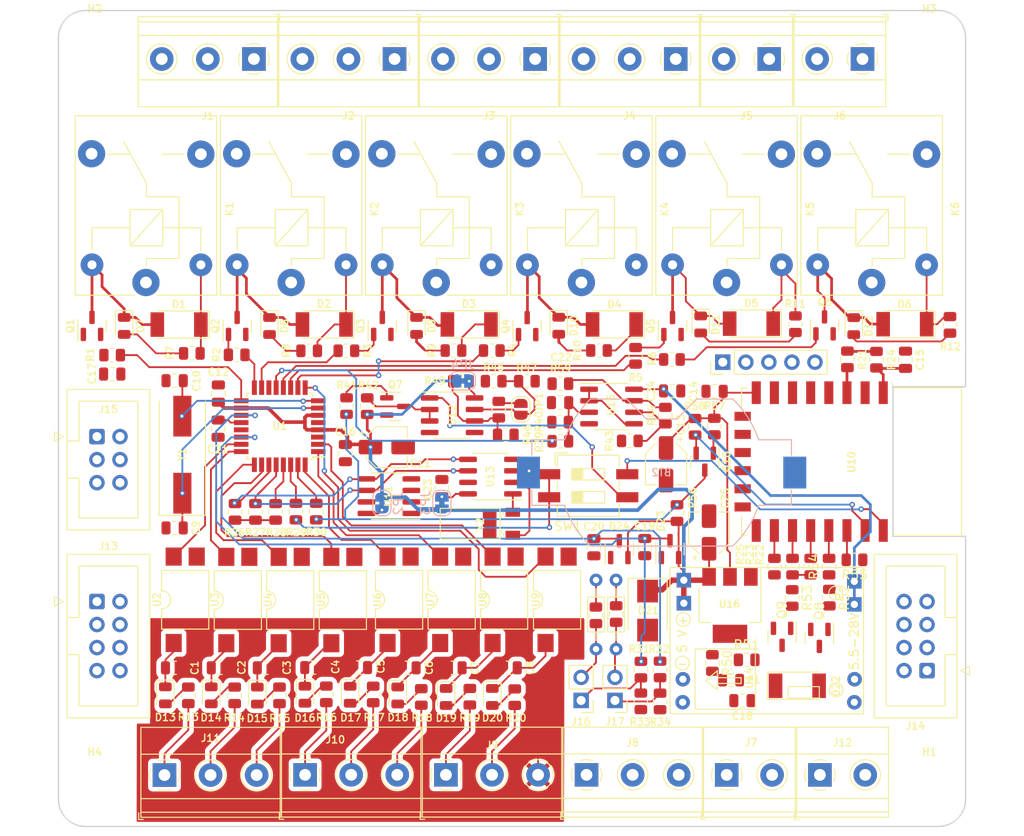
<source format=kicad_pcb>
(kicad_pcb (version 20211014) (generator pcbnew)
  (layers (0 "F.Cu" signal) (31 "B.Cu" signal) (34 "B.Paste" user) (35 "F.Paste" user) (36 "B.SilkS" user "B.Silkscreen") (37 "F.SilkS" user "F.Silkscreen") (38 "B.Mask" user) (39 "F.Mask" user) (44 "Edge.Cuts" user))
  (net 0 "")
  (net 35 "Net-(D1-Pad1)")
  (net 36 "Net-(D1-Pad2)")
  (net 37 "Net-(D2-Pad1)")
  (net 38 "Net-(D2-Pad2)")
  (net 39 "Net-(D3-Pad1)")
  (net 40 "Net-(D3-Pad2)")
  (net 41 "Net-(D4-Pad1)")
  (net 42 "Net-(D10-Pad1)")
  (net 43 "Net-(D5-Pad1)")
  (net 44 "Net-(D11-Pad1)")
  (net 45 "Net-(D12-Pad1)")
  (net 46 "Net-(Q1-Pad1)")
  (net 47 "GND")
  (net 48 "Net-(Q2-Pad1)")
  (net 49 "Net-(Q3-Pad1)")
  (net 50 "Net-(Q4-Pad1)")
  (net 51 "Net-(Q5-Pad1)")
  (net 52 "Net-(Q6-Pad1)")
  (net 53 "Net-(D6-Pad1)")
  (net 54 "Net-(D7-Pad2)")
  (net 55 "Net-(D8-Pad2)")
  (net 56 "Net-(D9-Pad2)")
  (net 57 "Net-(D10-Pad2)")
  (net 58 "Net-(D11-Pad2)")
  (net 59 "Net-(D12-Pad2)")
  (net 63 "Net-(D22-Pad1)")
  (net 66 "+3V3")
  (net 67 "RXE")
  (net 68 "TXE")
  (net 69 "ERST")
  (net 70 "EN")
  (net 77 "GNDA")
  (net 78 "Net-(D22-Pad2)")
  (net 79 "Net-(J11-Pad3)")
  (net 80 "Net-(J9-Pad1)")
  (net 81 "Net-(J10-Pad1)")
  (net 82 "Net-(J10-Pad2)")
  (net 83 "Net-(J10-Pad3)")
  (net 84 "Net-(J9-Pad2)")
  (net 85 "Net-(C1-Pad2)")
  (net 86 "Net-(C2-Pad2)")
  (net 87 "Net-(C3-Pad2)")
  (net 88 "Net-(C4-Pad2)")
  (net 89 "Net-(C5-Pad2)")
  (net 90 "ED0")
  (net 91 "Net-(C6-Pad2)")
  (net 92 "ED5")
  (net 93 "Net-(C7-Pad2)")
  (net 94 "ED6")
  (net 95 "Net-(C8-Pad2)")
  (net 96 "Net-(D13-Pad2)")
  (net 97 "Net-(D14-Pad2)")
  (net 98 "Net-(D15-Pad2)")
  (net 99 "Net-(D16-Pad2)")
  (net 100 "Net-(D17-Pad2)")
  (net 101 "Net-(D18-Pad2)")
  (net 102 "Net-(D19-Pad2)")
  (net 103 "Net-(D20-Pad2)")
  (net 104 "ED7")
  (net 105 "ED8")
  (net 106 "ED4")
  (net 107 "ED3")
  (net 108 "ED1")
  (net 109 "ED2")
  (net 132 "X1")
  (net 133 "X2")
  (net 134 "D3")
  (net 135 "D4")
  (net 136 "D5")
  (net 137 "D6")
  (net 138 "D7")
  (net 139 "D8")
  (net 140 "D9")
  (net 141 "D10")
  (net 142 "D11")
  (net 143 "D12")
  (net 144 "D13")
  (net 145 "A6")
  (net 146 "A7")
  (net 147 "A0")
  (net 148 "A1")
  (net 149 "A2")
  (net 150 "A3")
  (net 151 "A4")
  (net 152 "A5")
  (net 153 "RST")
  (net 154 "D0")
  (net 155 "D1")
  (net 156 "D2")
  (net 157 "Net-(J11-Pad1)")
  (net 159 "+5V")
  (net 160 "Net-(J11-Pad2)")
  (net 161 "Net-(J16-Pad2)")
  (net 162 "Net-(J17-Pad2)")
  (net 163 "Net-(J17-Pad1)")
  (net 164 "Net-(J16-Pad1)")
  (net 165 "Net-(U13-Pad1)")
  (net 166 "Net-(U13-Pad2)")
  (net 167 "Net-(Q7-Pad1)")
  (net 168 "Net-(BT2-Pad1)")
  (net 169 "Net-(C21-Pad2)")
  (net 170 "Net-(C22-Pad2)")
  (net 171 "Net-(Q7-Pad3)")
  (net 172 "Net-(JP1-Pad1)")
  (net 173 "Net-(JP2-Pad1)")
  (net 175 "Net-(JP4-Pad1)")
  (net 177 "Net-(JP1-Pad2)")
  (net 178 "Net-(Q8-Pad1)")
  (net 179 "Net-(R43-Pad1)")
  (net 180 "Net-(Q9-Pad1)")
  (net 181 "Net-(R44-Pad2)")
  (net 182 "Net-(Q10-Pad1)")
  (net 185 "RD0")
  (net 186 "RO")
  (net 187 "XD1")
  (net 188 "Net-(R46-Pad1)")
  (net 189 "Net-(U15-Pad1)")
  (net 191 "Net-(C23-Pad2)")
  (net 193 "VIN")
  (footprint "RF_Module:ESP-12E" (layer "F.Cu") (at 157.422 79.756 -90)
    (fp_text reference "U10")
    (fp_text value "ESP-12E")
  )
  (footprint "Diode_SMD:D_MELF" (layer "F.Cu") (at 151.45 104.48)
    (fp_text reference "D22")
    (fp_text value "SM4007")
  )
  (footprint "Package_SO:SOIC-8_3.9x4.9mm_P1.27mm" (layer "F.Cu") (at 130.97 73.68)
    (fp_text reference "U15")
    (fp_text value "LM358")
  )
  (footprint "Resistor_SMD:R_0805_2012Metric" (layer "F.Cu") (at 120.3 105.7375 -90)
    (fp_text reference "R20")
    (fp_text value "R")
  )
  (footprint "Resistor_SMD:R_0805_2012Metric" (layer "F.Cu") (at 136.32 106.2075 90)
    (fp_text reference "R34")
    (fp_text value "R")
  )
  (footprint "Relay_THT:Relay_SPDT_SANYOU_SRD_Series_Form_C" (layer "F.Cu") (at 79.65 60 90)
    (fp_text reference "K1")
    (fp_text value "SANYOU_SRD_Form_C")
  )
  (footprint "Resistor_SMD:R_0805_2012Metric" (layer "F.Cu") (at 134.2 106.1975 -90)
    (fp_text reference "R33")
    (fp_text value "R")
  )
  (footprint "Resistor_SMD:R_0805_2012Metric" (layer "F.Cu") (at 75.9225 68.01)
    (fp_text reference "R1")
    (fp_text value "R")
  )
  (footprint "Diode_SMD:D_MELF" (layer "F.Cu") (at 83.3 64.643 180)
    (fp_text reference "D1")
    (fp_text value "SM4007")
  )
  (footprint "Package_TO_SOT_SMD:SOT-23" (layer "F.Cu") (at 154.45 64.73 90)
    (fp_text reference "Q6")
    (fp_text value "MMBT3904")
  )
  (footprint "Diode_SMD:D_MELF" (layer "F.Cu") (at 131.28 64.625 180)
    (fp_text reference "D4")
    (fp_text value "SM4007")
  )
  (footprint "Diode_SMD:D_MELF" (layer "F.Cu") (at 115.275 64.625 180)
    (fp_text reference "D3")
    (fp_text value "SM4007")
  )
  (footprint "Resistor_SMD:R_0805_2012Metric" (layer "F.Cu") (at 98.42 85.27 -90)
    (fp_text reference "R30")
    (fp_text value "R")
  )
  (footprint "Resistor_SMD:R_0805_2012Metric" (layer "F.Cu") (at 140.18 75.915 -90)
    (fp_text reference "R58")
    (fp_text value "R")
  )
  (footprint "Diode_SMD:D_MELF" (layer "F.Cu") (at 163.31 64.6 180)
    (fp_text reference "D6")
    (fp_text value "SM4007")
  )
  (footprint "Capacitor_SMD:CP_Elec_4x3.9" (layer "F.Cu") (at 106.2 78.16)
    (fp_text reference "C11")
    (fp_text value "C_Polarized_Small")
  )
  (footprint "LED_SMD:LED_0805_2012Metric" (layer "F.Cu") (at 102.16 105.4725 -90)
    (fp_text reference "D17")
    (fp_text value "LED")
  )
  (footprint "Relay_THT:Relay_SPDT_SANYOU_SRD_Series_Form_C" (layer "F.Cu") (at 127.65 60 90)
    (fp_text reference "K4")
    (fp_text value "SANYOU_SRD_Form_C")
  )
  (footprint "Package_DIP:SMDIP-4_W9.53mm" (layer "F.Cu") (at 107.55 94.996 90)
    (fp_text reference "U6")
    (fp_text value "LTV-817S")
  )
  (footprint "Connector_PinHeader_2.54mm:PinHeader_1x02_P2.54mm_Vertical" (layer "F.Cu") (at 127.62 106.1 180)
    (fp_text reference "J16")
    (fp_text value "Conn_01x02")
  )
  (footprint "MountingHole:MountingHole_3.2mm_M3" (layer "F.Cu") (at 74 116)
    (fp_text reference "H4")
    (fp_text value "MountingHole")
  )
  (footprint "Package_DIP:SMDIP-4_W9.53mm" (layer "F.Cu") (at 119.126 94.996 90)
    (fp_text reference "U8")
    (fp_text value "LTV-817S")
  )
  (footprint "Resistor_SMD:R_0805_2012Metric" (layer "F.Cu") (at 156.972 68.4765 -90)
    (fp_text reference "R21")
    (fp_text value "R")
  )
  (footprint "Resistor_SMD:R_0805_2012Metric" (layer "F.Cu") (at 117.7725 67.51 180)
    (fp_text reference "R4")
    (fp_text value "R")
  )
  (footprint "Resistor_SMD:R_0805_2012Metric" (layer "F.Cu") (at 145.8675 101.62)
    (fp_text reference "R51")
    (fp_text value "R")
  )
  (footprint "LED_SMD:LED_0805_2012Metric" (layer "F.Cu") (at 86.85 105.5375 -90)
    (fp_text reference "D14")
    (fp_text value "LED")
  )
  (footprint "Connector_IDC:IDC-Header_2x04_P2.54mm_Vertical" (layer "F.Cu") (at 74.2475 95.19)
    (fp_text reference "J13")
    (fp_text value "Conn_02x04_Counter_Clockwise")
  )
  (footprint "Resistor_SMD:R_0805_2012Metric" (layer "F.Cu") (at 125.33 71.16 180)
    (fp_text reference "R59")
    (fp_text value "R")
  )
  (footprint "Resistor_SMD:R_0805_2012Metric" (layer "F.Cu") (at 89.47 85.3 -90)
    (fp_text reference "R26")
    (fp_text value "R")
  )
  (footprint "TerminalBlock_Phoenix:TerminalBlock_Phoenix_MKDS-1,5-2_1x02_P5.00mm_Horizontal" (layer "F.Cu") (at 148.35 35.35 180)
    (fp_text reference "J5")
    (fp_text value "Screw_Terminal_01x02")
  )
  (footprint "Resistor_SMD:R_0805_2012Metric" (layer "F.Cu") (at 84.7075 67.82)
    (fp_text reference "R7")
    (fp_text value "R")
  )
  (footprint "Resistor_SMD:R_0805_2012Metric" (layer "F.Cu") (at 152.925 91.3365 90)
    (fp_text reference "R22")
    (fp_text value "R")
  )
  (footprint "LED_SMD:LED_0805_2012Metric" (layer "F.Cu") (at 107.4 105.5525 -90)
    (fp_text reference "D18")
    (fp_text value "LED")
  )
  (footprint "Capacitor_SMD:C_0805_2012Metric" (layer "F.Cu") (at 125.3 73.25)
    (fp_text reference "C22")
    (fp_text value "100nF")
  )
  (footprint "Resistor_SMD:R_0805_2012Metric" (layer "F.Cu") (at 91.72 85.3 -90)
    (fp_text reference "R27")
    (fp_text value "R")
  )
  (footprint "Capacitor_SMD:C_0805_2012Metric" (layer "F.Cu") (at 87.8 102.5 180)
    (fp_text reference "C2")
    (fp_text value "C_Small")
  )
  (footprint "TerminalBlock_Phoenix:TerminalBlock_Phoenix_MKDS-1,5-3-5.08_1x03_P5.08mm_Horizontal" (layer "F.Cu") (at 112.715 114.305)
    (fp_text reference "J9")
    (fp_text value "Screw_Terminal_01x03")
  )
  (footprint "Resistor_SMD:R_0805_2012Metric" (layer "F.Cu") (at 119.3125 76.81)
    (fp_text reference "R46")
    (fp_text value "R")
  )
  (footprint "Capacitor_SMD:C_0805_2012Metric" (layer "F.Cu") (at 98.1 102.475 180)
    (fp_text reference "C4")
    (fp_text value "C_Small")
  )
  (footprint "LED_SMD:LED_0805_2012Metric" (layer "F.Cu") (at 81.788 105.538349 -90)
    (fp_text reference "D13")
    (fp_text value "LED")
  )
  (footprint "Package_TO_SOT_SMD:SOT-23" (layer "F.Cu") (at 121.67 64.81 90)
    (fp_text reference "Q4")
    (fp_text value "MMBT3904")
  )
  (footprint "Capacitor_SMD:C_0805_2012Metric" (layer "F.Cu") (at 87.6 76.12 90)
    (fp_text reference "C21")
    (fp_text value "100nF")
  )
  (footprint "Resistor_SMD:R_0805_2012Metric" (layer "F.Cu") (at 150.89 94.7975 -90)
    (fp_text reference "R53")
    (fp_text value "R")
  )
  (footprint "Resistor_SMD:R_0805_2012Metric" (layer "F.Cu") (at 151.24 64.6 90)
    (fp_text reference "R11")
    (fp_text value "R")
  )
  (footprint "Resistor_SMD:R_0805_2012Metric" (layer "F.Cu") (at 136.32 102.6775 -90)
    (fp_text reference "R32")
    (fp_text value "R")
  )
  (footprint "Package_TO_SOT_SMD:SOT-23" (layer "F.Cu") (at 89.7 64.7875 90)
    (fp_text reference "Q2")
    (fp_text value "MMBT3904")
  )
  (footprint "Fuse:Fuse_0805_2012Metric" (layer "F.Cu") (at 144.1525 103.86 180)
    (fp_text reference "F1")
    (fp_text value "Polyfuse_Small")
  )
  (footprint "TerminalBlock_Phoenix:TerminalBlock_Phoenix_MKDS-1,5-3-5.08_1x03_P5.08mm_Horizontal" (layer "F.Cu") (at 128.215 114.305)
    (fp_text reference "J8")
    (fp_text value "Screw_Terminal_01x03")
  )
  (footprint "Capacitor_SMD:C_0805_2012Metric" (layer "F.Cu") (at 134.633876 89.186489 -90)
    (fp_text reference "C19")
    (fp_text value "C_Small")
  )
  (footprint "Capacitor_SMD:C_0805_2012Metric" (layer "F.Cu") (at 137.652184 71.961295 180)
    (fp_text reference "C24")
    (fp_text value "100nF")
  )
  (footprint "Capacitor_SMD:C_0805_2012Metric" (layer "F.Cu") (at 113.55 102.5)
    (fp_text reference "C7")
    (fp_text value "C_Small")
  )
  (footprint "Connector_IDC:IDC-Header_2x03_P2.54mm_Vertical" (layer "F.Cu") (at 74.2475 77)
    (fp_text reference "J15")
    (fp_text value "Conn_02x03_Counter_Clockwise")
  )
  (footprint "Resistor_SMD:R_0805_2012Metric" (layer "F.Cu") (at 138.19 85.4325 90)
    (fp_text reference "R56")
    (fp_text value "R")
  )
  (footprint "Resistor_SMD:R_0805_2012Metric" (layer "F.Cu") (at 118.54 74.0225 -90)
    (fp_text reference "R48" hide)
    (fp_text value "R")
  )
  (footprint "Resistor_SMD:R_0805_2012Metric" (layer "F.Cu") (at 157.7525 90.59 180)
    (fp_text reference "R55")
    (fp_text value "R")
  )
  (footprint "TerminalBlock_Phoenix:TerminalBlock_Phoenix_MKDS-1,5-3-5.08_1x03_P5.08mm_Horizontal" (layer "F.Cu") (at 122.55 35.35 180)
    (fp_text reference "J3")
    (fp_text value "Screw_Terminal_01x03")
  )
  (footprint "Resistor_SMD:R_0805_2012Metric" (layer "F.Cu") (at 114.3675 70.89 180)
    (fp_text reference "R49")
    (fp_text value "R")
  )
  (footprint "Package_TO_SOT_SMD:SOT-23" (layer "F.Cu") (at 137.414 89.408 90)
    (fp_text reference "D23")
    (fp_text value "BAT54S")
  )
  (footprint "Resistor_SMD:R_0805_2012Metric" (layer "F.Cu") (at 148.925 91.3375 -90)
    (fp_text reference "R25")
    (fp_text value "R")
  )
  (footprint "TerminalBlock_Phoenix:TerminalBlock_Phoenix_MKDS-1,5-2_1x02_P5.00mm_Horizontal" (layer "F.Cu") (at 143.669204 114.312557)
    (fp_text reference "J7")
    (fp_text value "Screw_Terminal_01x02")
  )
  (footprint "Resistor_SMD:R_0805_2012Metric" (layer "F.Cu") (at 168.275 64.675 90)
    (fp_text reference "R12")
    (fp_text value "R")
  )
  (footprint "MountingHole:MountingHole_3.2mm_M3" (layer "F.Cu") (at 166 116)
    (fp_text reference "H1")
    (fp_text value "MountingHole")
  )
  (footprint "Package_TO_SOT_SMD:SOT-23" (layer "F.Cu") (at 149.77 99.08 -90)
    (fp_text reference "Q9")
    (fp_text value "MMBT3904")
  )
  (footprint "Resistor_SMD:R_0805_2012Metric" (layer "F.Cu") (at 104.7 105.4375 -90)
    (fp_text reference "R17")
    (fp_text value "R")
  )
  (footprint "LED_SMD:LED_0805_2012Metric" (layer "F.Cu") (at 91.925 105.5625 -90)
    (fp_text reference "D15")
    (fp_text value "LED")
  )
  (footprint "Package_DIP:SMDIP-4_W9.53mm" (layer "F.Cu") (at 101.35 95.025 90)
    (fp_text reference "U5")
    (fp_text value "LTV-817S")
  )
  (footprint "Resistor_SMD:R_0805_2012Metric" (layer "F.Cu") (at 129.5875 67.5)
    (fp_text reference "R10")
    (fp_text value "R")
  )
  (footprint "Connector_PinHeader_2.54mm:PinHeader_1x02_P2.54mm_Vertical" (layer "F.Cu") (at 131.35 106.1 180)
    (fp_text reference "J17")
    (fp_text value "Conn_01x02")
  )
  (footprint "Capacitor_SMD:C_0805_2012Metric" (layer "F.Cu") (at 82.81 70.83)
    (fp_text reference "C10")
    (fp_text value "C_Small")
  )
  (footprint "Package_DIP:SMDIP-4_W9.53mm" (layer "F.Cu") (at 124.968 94.996 90)
    (fp_text reference "U9")
    (fp_text value "LTV-817S")
  )
  (footprint "TerminalBlock_Phoenix:TerminalBlock_Phoenix_MKDS-1,5-3-5.08_1x03_P5.08mm_Horizontal" (layer "F.Cu") (at 81.69 114.33)
    (fp_text reference "J11")
    (fp_text value "Screw_Terminal_01x03")
  )
  (footprint "Relay_THT:Relay_SPDT_SANYOU_SRD_Series_Form_C" (layer "F.Cu") (at 111.65 60 90)
    (fp_text reference "K3")
    (fp_text value "SANYOU_SRD_Form_C")
  )
  (footprint "Capacitor_SMD:C_0805_2012Metric" (layer "F.Cu") (at 82.75 102.5 180)
    (fp_text reference "C1")
    (fp_text value "C_Small")
  )
  (footprint "Package_TO_SOT_SMD:SOT-23" (layer "F.Cu") (at 141.25 79.7625 -90)
    (fp_text reference "Q10")
    (fp_text value "MMBT3904")
  )
  (footprint "Resistor_SMD:R_0805_2012Metric" (layer "F.Cu") (at 94.37 105.5375 -90)
    (fp_text reference "R15")
    (fp_text value "R")
  )
  (footprint "Resistor_SMD:R_0805_2012Metric" (layer "F.Cu") (at 142.3 75.89 -90)
    (fp_text reference "R57")
    (fp_text value "R")
  )
  (footprint "LED_SMD:LED_0805_2012Metric" (layer "F.Cu") (at 112.74 105.7175 -90)
    (fp_text reference "D19")
    (fp_text value "LED")
  )
  (footprint "Capacitor_SMD:C_0805_2012Metric" (layer "F.Cu") (at 82.81 87.07)
    (fp_text reference "C9")
    (fp_text value "C_Small")
  )
  (footprint "Resistor_SMD:R_0805_2012Metric" (layer "F.Cu") (at 142.09 101.97 -90)
    (fp_text reference "R50")
    (fp_text value "R")
  )
  (footprint "Resistor_SMD:R_0805_2012Metric" (layer "F.Cu") (at 121.6375 70.89)
    (fp_text reference "R47")
    (fp_text value "R")
  )
  (footprint "LED_SMD:LED_0805_2012Metric" (layer "F.Cu") (at 125.15 64.77 -90)
    (fp_text reference "D10")
    (fp_text value "LED")
  )
  (footprint "Capacitor_SMD:C_0805_2012Metric" (layer "F.Cu") (at 129.023546 89.198452 -90)
    (fp_text reference "C20")
    (fp_text value "C_Small")
  )
  (footprint "Resistor_SMD:R_0805_2012Metric" (layer "F.Cu") (at 132.9875 77.47 180)
    (fp_text reference "R43")
    (fp_text value "R")
  )
  (footprint "Diode_SMD:D_MELF" (layer "F.Cu") (at 99.3 64.63 180)
    (fp_text reference "D2")
    (fp_text value "SM4007")
  )
  (footprint "LED_SMD:LED_0805_2012Metric" (layer "F.Cu") (at 77.25 64.7875 -90)
    (fp_text reference "D7")
    (fp_text value "LED")
  )
  (footprint "Capacitor_SMD:C_0805_2012Metric" (layer "F.Cu") (at 92.875 102.5 180)
    (fp_text reference "C3")
    (fp_text value "C_Small")
  )
  (footprint "Capacitor_SMD:C_0805_2012Metric" (layer "F.Cu") (at 103.125 102.475)
    (fp_text reference "C5")
    (fp_text value "C_Small")
  )
  (footprint "Resistor_SMD:R_0805_2012Metric" (layer "F.Cu") (at 84.32 105.5375 -90)
    (fp_text reference "R13")
    (fp_text value "R")
  )
  (footprint "Resistor_SMD:R_0805_2012Metric" (layer "F.Cu") (at 137.6275 68.49 180)
    (fp_text reference "R6")
    (fp_text value "R")
  )
  (footprint "LED_SMD:LED_0805_2012Metric" (layer "F.Cu") (at 157.67 64.8125 -90)
    (fp_text reference "D12")
    (fp_text value "LED")
  )
  (footprint "Resistor_SMD:R_0805_2012Metric" (layer "F.Cu") (at 154.95 91.3375 90)
    (fp_text reference "R54")
    (fp_text value "R")
  )
  (footprint "Package_DIP:SMDIP-4_W9.53mm" (layer "F.Cu") (at 113.35 95 90)
    (fp_text reference "U7")
    (fp_text value "LTV-817S")
  )
  (footprint "Resistor_SMD:R_0805_2012Metric" (layer "F.Cu") (at 99.53 105.4275 -90)
    (fp_text reference "R16")
    (fp_text value "R")
  )
  (footprint "Package_TO_SOT_SMD:SOT-223-3_TabPin2" (layer "F.Cu") (at 144.025 95.6 -90)
    (fp_text reference "U16")
    (fp_text value "AP1117-33")
  )
  (footprint "Resistor_SMD:R_0805_2012Metric" (layer "F.Cu") (at 89.6475 67.98)
    (fp_text reference "R2")
    (fp_text value "R")
  )
  (footprint "Package_TO_SOT_SMD:SOT-23" (layer "F.Cu") (at 105.7 64.7875 90)
    (fp_text reference "Q3")
    (fp_text value "MMBT3904")
  )
  (footprint "Capacitor_SMD:C_0805_2012Metric" (layer "F.Cu") (at 75.93 70.1)
    (fp_text reference "C17")
    (fp_text value "100nF")
  )
  (footprint "Capacitor_SMD:C_0805_2012Metric" (layer "F.Cu") (at 119.625 102.5)
    (fp_text reference "C8")
    (fp_text value "C_Small")
  )
  (footprint "TerminalBlock_Phoenix:TerminalBlock_Phoenix_MKDS-1,5-2_1x02_P5.00mm_Horizontal" (layer "F.Cu") (at 158.635 35.35 180)
    (fp_text reference "J6")
    (fp_text value "Screw_Terminal_01x02")
  )
  (footprint "Resistor_SMD:R_0805_2012Metric" (layer "F.Cu") (at 134.21 102.6975 -90)
    (fp_text reference "R31")
    (fp_text value "R")
  )
  (footprint "Resistor_SMD:R_0805_2012Metric" (layer "F.Cu") (at 133.62 68.0875 -90)
    (fp_text reference "R5")
    (fp_text value "R")
  )
  (footprint "Relay_THT:Relay_SPDT_SANYOU_SRD_Series_Form_C" (layer "F.Cu") (at 143.65 60 90)
    (fp_text reference "K5")
    (fp_text value "SANYOU_SRD_Form_C")
  )
  (footprint "TerminalBlock_Phoenix:TerminalBlock_Phoenix_MKDS-1,5-3-5.08_1x03_P5.08mm_Horizontal" (layer "F.Cu") (at 91.55 35.35 180)
    (fp_text reference "J1")
    (fp_text value "Screw_Terminal_01x03")
  )
  (footprint "Resistor_SMD:R_0805_2012Metric" (layer "F.Cu") (at 104.04 73.6375 90)
    (fp_text reference "R42")
    (fp_text value "R")
  )
  (footprint "TerminalBlock_Phoenix:TerminalBlock_Phoenix_MKDS-1,5-3-5.08_1x03_P5.08mm_Horizontal" (layer "F.Cu") (at 107.05 35.35 180)
    (fp_text reference "J2")
    (fp_text value "Screw_Terminal_01x03")
  )
  (footprint "Connector_IDC:IDC-Header_2x04_P2.54mm_Vertical" (layer "F.Cu") (at 165.7525 102.81 180)
    (fp_text reference "J14")
    (fp_text value "Conn_02x04_Counter_Clockwise")
  )
  (footprint "LED_SMD:LED_0805_2012Metric" (layer "F.Cu") (at 109.475 64.7875 -90)
    (fp_text reference "D9")
    (fp_text value "LED")
  )
  (footprint "TerminalBlock_Phoenix:TerminalBlock_Phoenix_MKDS-1,5-3-5.08_1x03_P5.08mm_Horizontal" (layer "F.Cu") (at 97.19 114.305)
    (fp_text reference "J10")
    (fp_text value "Screw_Terminal_01x03")
  )
  (footprint "Resistor_SMD:R_0805_2012Metric" (layer "F.Cu") (at 89.425 105.5375 -90)
    (fp_text reference "R14")
    (fp_text value "R")
  )
  (footprint "Crystal:Crystal_SMD_HC49-SD" (layer "F.Cu") (at 83.66 78.99 90)
    (fp_text reference "Y1")
    (fp_text value "Crystal_Small")
  )
  (footprint "LED_SMD:LED_0805_2012Metric" (layer "F.Cu") (at 117.83 105.7175 -90)
    (fp_text reference "D20")
    (fp_text value "LED")
  )
  (footprint "Capacitor_SMD:CP_Elec_4x3.9" (layer "F.Cu") (at 141.72 87.57 90)
    (fp_text reference "C25")
    (fp_text value "C_Polarized_Small")
  )
  (footprint "Resistor_SMD:R_0805_2012Metric" (layer "F.Cu") (at 150.925 91.3375 90)
    (fp_text reference "R23")
    (fp_text value "R")
  )
  (footprint "Package_TO_SOT_SMD:SOT-23" (layer "F.Cu") (at 131.826 89.408 90)
    (fp_text reference "D24")
    (fp_text value "BAT54S")
  )
  (footprint "Resistor_SMD:R_0805_2012Metric" (layer "F.Cu") (at 113.5475 67.51)
    (fp_text reference "R9")
    (fp_text value "R")
  )
  (footprint "LED_SMD:LED_0805_2012Metric" (layer "F.Cu") (at 140.8 64.63 -90)
    (fp_text reference "D11")
    (fp_text value "LED")
  )
  (footprint "Package_SO:SOIC-8_3.9x4.9mm_P1.27mm" (layer "F.Cu") (at 113.4 74.64)
    (fp_text reference "U12")
    (fp_text value "ST485EBDR")
  )
  (footprint "Capacitor_SMD:C_0805_2012Metric" (layer "F.Cu") (at 101.63 78.82 90)
    (fp_text reference "C16")
    (fp_text value "100nF")
  )
  (footprint "Relay_THT:Relay_SPDT_SANYOU_SRD_Series_Form_C" (layer "F.Cu") (at 159.65 60 90)
    (fp_text reference "K6")
    (fp_text value "SANYOU_SRD_Form_C")
  )
  (footprint "Capacitor_SMD:C_0805_2012Metric" (layer "F.Cu") (at 163.375 68.525 90)
    (fp_text reference "C15")
    (fp_text value "100nF")
  )
  (footprint "Package_TO_SOT_SMD:SOT-23" (layer "F.Cu") (at 137.69 64.8 90)
    (fp_text reference "Q5")
    (fp_text value "MMBT3904")
  )
  (footprint "Package_SO:SOIC-8_3.9x4.9mm_P1.27mm" (layer "F.Cu") (at 106.426 83.566 180)
    (fp_text reference "U11")
    (fp_text value "M24C02-RMN")
  )
  (footprint "Resistor_SMD:R_0805_2012Metric" (layer "F.Cu") (at 160.175 68.5125 -90)
    (fp_text reference "R24")
    (fp_text value "R")
  )
  (footprint "Resistor_SMD:R_0805_2012Metric" (layer "F.Cu") (at 93.94 85.3 -90)
    (fp_text reference "R28")
    (fp_text value "R")
  )
  (footprint "Diode_SMD:D_MELF" (layer "F.Cu") (at 146.39 64.54 180)
    (fp_text reference "D5")
    (fp_text value "SM4007")
  )
  (footprint "Resistor_THT:R_Axial_DIN0204_L3.6mm_D1.6mm_P7.62mm_Horizontal" (layer "F.Cu") (at 129.26 100.434 90)
    (fp_text reference "R37" hide)
    (fp_text value "R")
  )
  (footprint "Resistor_SMD:R_0805_2012Metric" (layer "F.Cu") (at 115.35 105.6875 -90)
    (fp_text reference "R19")
    (fp_text value "R")
  )
  (footprint "Resistor_SMD:R_0805_2012Metric" (layer "F.Cu") (at 129.248 96.7105 90)
    (fp_text reference "R35" hide)
    (fp_text value "R")
  )
  (footprint "Crystal:Crystal_SMD_FrontierElectronics_FM206" (layer "F.Cu") (at 116.586 86.614 -90)
    (fp_text reference "Y2")
    (fp_text value "Crystal_GND3_Small")
  )
  (footprint "Package_QFP:TQFP-32_7x7mm_P0.8mm" (layer "F.Cu") (at 94.3975 75.85 180)
    (fp_text reference "U1")
    (fp_text value "ATmega328P-A")
  )
  (footprint "Capacitor_SMD:C_0805_2012Metric" (layer "F.Cu") (at 108.475 102.5)
    (fp_text reference "C6")
    (fp_text value "C_Small")
  )
  (footprint "Resistor_SMD:R_0805_2012Metric" (layer "F.Cu") (at 101.76 73.6275 -90)
    (fp_text reference "R41")
    (fp_text value "R")
  )
  (footprint "Resistor_SMD:R_0805_2012Metric" (layer "F.Cu") (at 101.7425 67.53 180)
    (fp_text reference "R3")
    (fp_text value "R")
  )
  (footprint "Capacitor_SMD:C_0805_2012Metric" (layer "F.Cu") (at 112.268 82.68 -90)
    (fp_text reference "C23")
    (fp_text value "100nF")
  )
  (footprint "Package_TO_SOT_SMD:SOT-23" (layer "F.Cu") (at 153.88 99.2 -90)
    (fp_text reference "Q8")
    (fp_text value "MMBT3904")
  )
  (footprint "Capacitor_SMD:C_0805_2012Metric" (layer "F.Cu") (at 145.4 106.12 180)
    (fp_text reference "C18")
    (fp_text value "100nF")
  )
  (footprint "Package_DIP:SMDIP-4_W9.53mm" (layer "F.Cu") (at 89.775 95.025 90)
    (fp_text reference "U3")
    (fp_text value "LTV-817S")
  )
  (footprint "Package_SO:SOIC-8_3.9x4.9mm_P1.27mm" (layer "F.Cu") (at 117.63 81.41 180)
    (fp_text reference "U13")
    (fp_text value "DS1307Z+")
  )
  (footprint "Diode_SMD:D_SMB" (layer "F.Cu") (at 134.95 96.19 -90)
    (fp_text reference "D21")
    (fp_text value "SM6T6V8A")
  )
  (footprint "MountingHole:MountingHole_3.2mm_M3" (layer "F.Cu") (at 74 34)
    (fp_text reference "H2")
    (fp_text value "MountingHole")
  )
  (footprint "Resistor_SMD:R_0805_2012Metric" (layer "F.Cu") (at 131.48 96.568 -90)
    (fp_text reference "R36" hide)
    (fp_text value "R")
  )
  (footprint "Resistor_SMD:R_0805_2012Metric" (layer "F.Cu") (at 110 105.7125 -90)
    (fp_text reference "R18")
    (fp_text value "R")
  )
  (footprint "Capacitor_SMD:C_0805_2012Metric" (layer "F.Cu") (at 142.33 72 180)
    (fp_text reference "C14")
    (fp_text value "100nF")
  )
  (footprint "TerminalBlock_Phoenix:TerminalBlock_Phoenix_MKDS-1,5-3-5.08_1x03_P5.08mm_Horizontal" (layer "F.Cu") (at 138.05 35.35 180)
    (fp_text reference "J4")
    (fp_text value "Screw_Terminal_01x03")
  )
  (footprint "Resistor_THT:R_Axial_DIN0204_L3.6mm_D1.6mm_P7.62mm_Horizontal" (layer "F.Cu") (at 131.47 92.814 -90)
    (fp_text reference "R38" hide)
    (fp_text value "R")
  )
  (footprint "MountingHole:MountingHole_3.2mm_M3" (layer "F.Cu") (at 166 34)
    (fp_text reference "H3")
    (fp_text value "MountingHole")
  )
  (footprint "Package_TO_SOT_SMD:SOT-23" (layer "F.Cu") (at 73.7 64.7875 90)
    (fp_text reference "Q1")
    (fp_text value "MMBT3904")
  )
  (footprint "Resistor_SMD:R_0805_2012Metric" (layer "F.Cu") (at 125.3025 75.4 180)
    (fp_text reference "R40")
    (fp_text value "R")
  )
  (footprint "Jumper:SolderJumper-2_P1.3mm_Open_RoundedPad1.0x1.5mm" (layer "F.Cu") (at 120.97 73.99 90)
    (fp_text reference "JP1")
    (fp_text value "Jumper_2_Open")
  )
  (footprint "Resistor_SMD:R_0805_2012Metric" (layer "F.Cu") (at 125.3275 77.51 180)
    (fp_text reference "R39")
    (fp_text value "R")
  )
  (footprint "LED_SMD:LED_0805_2012Metric" (layer "F.Cu") (at 93.27 64.7975 -90)
    (fp_text reference "D8")
    (fp_text value "LED")
  )
  (footprint "Package_DIP:SMDIP-4_W9.53mm" (layer "F.Cu") (at 95.55 95.025 90)
    (fp_text reference "U4")
    (fp_text value "LTV-817S")
  )
  (footprint "Package_DIP:SMDIP-4_W9.53mm" (layer "F.Cu") (at 83.975 94.996 90)
    (fp_text reference "U2")
    (fp_text value "LTV-817S")
  )
  (footprint "Resistor_SMD:R_0805_2012Metric" (layer "F.Cu") (at 136.91 74.6825 90)
    (fp_text reference "R44")
    (fp_text value "R")
  )
  (footprint "Resistor_SMD:R_0805_2012Metric" (layer "F.Cu") (at 154.98 94.7575 -90)
    (fp_text reference "R52")
    (fp_text value "R")
  )
  (footprint "Resistor_SMD:R_0805_2012Metric" (layer "F.Cu") (at 96.18 85.27 -90)
    (fp_text reference "R29")
    (fp_text value "R")
  )
  (footprint "Package_TO_SOT_SMD:SOT-23" (layer "F.Cu") (at 107.13 73.67)
    (fp_text reference "Q7")
    (fp_text value "MMBT3904")
  )
  (footprint "LED_SMD:LED_0805_2012Metric" (layer "F.Cu") (at 97.17 105.4675 -90)
    (fp_text reference "D16")
    (fp_text value "LED")
  )
  (footprint "Relay_THT:Relay_SPDT_SANYOU_SRD_Series_Form_C" (layer "F.Cu") (at 95.65 60 90)
    (fp_text reference "K2")
    (fp_text value "SANYOU_SRD_Form_C")
  )
  (footprint "Connector_PinHeader_2.54mm:PinHeader_1x05_P2.54mm_Vertical" (layer "F.Cu") (at 143.235 68.79 90)
    (fp_text reference "Je" hide)
    (fp_text value "Conn_01x05")
  )
  (footprint "Capacitor_SMD:C_0805_2012Metric" (layer "F.Cu") (at 87.63 72.25 90)
    (fp_text reference "C12")
    (fp_text value "100nF")
  )
  (footprint "Resistor_SMD:R_0805_2012Metric" (layer "F.Cu") (at 97.6395 67.53459)
    (fp_text reference "R8")
    (fp_text value "R")
  )
  (footprint "Resistor_SMD:R_0805_2012Metric" (layer "F.Cu") (at 117.9775 70.89 180)
    (fp_text reference "R45")
    (fp_text value "R")
  )
  (footprint "TerminalBlock_Phoenix:TerminalBlock_Phoenix_MKDS-1,5-2_1x02_P5.00mm_Horizontal" (layer "F.Cu") (at 153.93794 114.31)
    (fp_text reference "J12")
    (fp_text value "Screw_Terminal_01x02")
  )
  (footprint "Button_Switch_SMD:SW_DIP_SPSTx02_Slide_6.7x6.64mm_W8.61mm_P2.54mm_LowProfile" (layer "F.Cu") (at 128.4 82.42)
    (fp_text reference "SW1")
    (fp_text value "SW_DIP_x02")
  )
  (footprint "Capacitor_SMD:CP_Elec_4x3.9" (layer "F.Cu") (at 136.98 80.05 -90)
    (fp_text reference "C13")
    (fp_text value "C_Polarized_Small")
  )
  (footprint "MP1584_MODUL:SRT_MPT1584EN_Module" (layer "F.Cu") (at 147.574 100.076 180)
    (fp_text reference "U14")
    (fp_text value "MP1584")
  )
  (footprint "Jumper:SolderJumper-2_P1.3mm_Bridged_RoundedPad1.0x1.5mm" (layer "B.Cu") (at 114.57 70.86 180)
    (fp_text reference "JP4")
    (fp_text value "Jumper_2_Open")
  )
  (footprint "Jumper:SolderJumper-2_P1.3mm_Bridged_RoundedPad1.0x1.5mm" (layer "B.Cu") (at 105.664 84.328 90)
    (fp_text reference "JP2")
    (fp_text value "Jumper_2_Open")
  )
  (footprint "Battery:BatteryHolder_Keystone_1058_1x2032" (layer "B.Cu") (at 136.49 80.964)
    (fp_text reference "BT2")
    (fp_text value "Battery_Cell")
  )
  (footprint "Jumper:SolderJumper-2_P1.3mm_Bridged_RoundedPad1.0x1.5mm" (layer "B.Cu") (at 112.268 84.328 -90)
    (fp_text reference "JP3")
    (fp_text value "Jumper_2_Open")
  )
  (gr_line (start 170 71) (end 170 33) (layer "Edge.Cuts") (width 0.15))
  (gr_line (start 170 71) (end 170 71.5) (layer "Edge.Cuts") (width 0.15))
  (gr_arc (start 170 117) (mid 169.12132 119.12132) (end 167 120) (layer "Edge.Cuts") (width 0.15))
  (gr_line (start 162 88) (end 170 88) (layer "Edge.Cuts") (width 0.15))
  (gr_arc (start 70 33) (mid 70.87868 30.87868) (end 73 30) (layer "Edge.Cuts") (width 0.15))
  (gr_line (start 170 71.5) (end 162 71.5) (layer "Edge.Cuts") (width 0.15))
  (gr_line (start 73 30) (end 167 30) (layer "Edge.Cuts") (width 0.15))
  (gr_line (start 170 88.5) (end 170 117) (layer "Edge.Cuts") (width 0.15))
  (gr_line (start 162 71.5) (end 162 88) (layer "Edge.Cuts") (width 0.15))
  (gr_arc (start 167 30) (mid 169.12132 30.87868) (end 170 33) (layer "Edge.Cuts") (width 0.15))
  (gr_arc (start 73 120) (mid 70.87868 119.12132) (end 70 117) (layer "Edge.Cuts") (width 0.15))
  (gr_line (start 70 117) (end 70 33) (layer "Edge.Cuts") (width 0.15))
  (gr_line (start 167 120) (end 73 120) (layer "Edge.Cuts") (width 0.15))
  (gr_line (start 170 88) (end 170 88.5) (layer "Edge.Cuts") (width 0.15))
  (segment (start 85.7 67.74) (end 85.7 58.05) (width 0.2) (layer "F.Cu") (net 35))
  (segment (start 85.62 67.82) (end 85.7 67.74) (width 0.2) (layer "F.Cu") (net 35))
  (segment (start 80.9 64.643) (end 79.263 64.643) (width 0.3) (layer "F.Cu") (net 36))
  (segment (start 73.7 58.05) (end 74.81 59.16) (width 0.3) (layer "F.Cu") (net 36))
  (segment (start 79.263 64.643) (end 78.47 63.85) (width 0.3) (layer "F.Cu") (net 36))
  (segment (start 78.47 63.85) (end 77.25 63.85) (width 0.3) (layer "F.Cu") (net 36))
  (segment (start 74.81 59.16) (end 74.81 60.46) (width 0.3) (layer "F.Cu") (net 36))
  (segment (start 73.7 63.85) (end 73.7 58.05) (width 0.3) (layer "F.Cu") (net 36))
  (segment (start 77.25 62.9) (end 77.25 63.85) (width 0.3) (layer "F.Cu") (net 36))
  (segment (start 74.81 60.46) (end 77.25 62.9) (width 0.3) (layer "F.Cu") (net 36))
  (segment (start 100.44 64.63) (end 101.7 64.63) (width 0.2) (layer "F.Cu") (net 37))
  (segment (start 98.552 67.53459) (end 98.552 66.518) (width 0.2) (layer "F.Cu") (net 37))
  (segment (start 101.7 58.05) (end 101.7 64.63) (width 0.2) (layer "F.Cu") (net 37))
  (segment (start 98.552 66.518) (end 100.44 64.63) (width 0.2) (layer "F.Cu") (net 37))
  (segment (start 89.7 63.85) (end 89.7 58.05) (width 0.3) (layer "F.Cu") (net 38))
  (segment (start 93.27 63.86) (end 93.27 63.795) (width 0.3) (layer "F.Cu") (net 38))
  (segment (start 90.72 61.245) (end 90.72 59.53) (width 0.3) (layer "F.Cu") (net 38))
  (segment (start 93.27 63.795) (end 90.72 61.245) (width 0.3) (layer "F.Cu") (net 38))
  (segment (start 94.735 63.86) (end 95.505 64.63) (width 0.3) (layer "F.Cu") (net 38))
  (segment (start 95.505 64.63) (end 96.9 64.63) (width 0.3) (layer "F.Cu") (net 38))
  (segment (start 93.27 63.86) (end 94.735 63.86) (width 0.3) (layer "F.Cu") (net 38))
  (segment (start 90.72 59.53) (end 90.025269 58.835269) (width 0.3) (layer "F.Cu") (net 38))
  (arc (start 90.025269 58.835269) (mid 89.784535 58.474984) (end 89.7 58.05) (width 0.3) (layer "F.Cu") (net 38))
  (segment (start 114.46 67.51) (end 114.46 66.1) (width 0.2) (layer "F.Cu") (net 39))
  (segment (start 115.935 64.625) (end 117.675 64.625) (width 0.2) (layer "F.Cu") (net 39))
  (segment (start 114.46 66.1) (end 115.935 64.625) (width 0.2) (layer "F.Cu") (net 39))
  (segment (start 105.7 58.05) (end 105.7 63.85) (width 0.3) (layer "F.Cu") (net 40))
  (segment (start 110.925 63.85) (end 109.475 63.85) (width 0.3) (layer "F.Cu") (net 40))
  (segment (start 112.89 64.74) (end 111.815 64.74) (width 0.3) (layer "F.Cu") (net 40))
  (segment (start 105.7 58.05) (end 105.7 58.225) (width 0.3) (layer "F.Cu") (net 40))
  (segment (start 107.3 59.65) (end 107.3 61.675) (width 0.3) (layer "F.Cu") (net 40))
  (segment (start 111.815 64.74) (end 110.925 63.85) (width 0.3) (layer "F.Cu") (net 40))
  (segment (start 105.7 58.05) (end 107.3 59.65) (width 0.3) (layer "F.Cu") (net 40))
  (segment (start 107.3 61.675) (end 109.475 63.85) (width 0.3) (layer "F.Cu") (net 40))
  (segment (start 133.68 65.24) (end 133.68 64.625) (width 0.2) (layer "F.Cu") (net 41))
  (segment (start 131.42 67.5) (end 133.68 65.24) (width 0.2) (layer "F.Cu") (net 41))
  (segment (start 130.5 67.5) (end 131.42 67.5) (width 0.2) (layer "F.Cu") (net 41))
  (segment (start 123 61.6825) (end 123 59.35) (width 0.3) (layer "F.Cu") (net 42))
  (segment (start 128.88 64.625) (end 127.535 64.625) (width 0.3) (layer "F.Cu") (net 42))
  (segment (start 121.7 63.8425) (end 121.7 58.05) (width 0.3) (layer "F.Cu") (net 42))
  (segment (start 121.67 63.8725) (end 121.7 63.8425) (width 0.3) (layer "F.Cu") (net 42))
  (segment (start 125.15 63.8325) (end 123 61.6825) (width 0.3) (layer "F.Cu") (net 42))
  (segment (start 127.535 64.625) (end 126.7425 63.8325) (width 0.3) (layer "F.Cu") (net 42))
  (segment (start 125.11 63.8725) (end 125.15 63.8325) (width 0.3) (layer "F.Cu") (net 42))
  (segment (start 123 59.35) (end 121.7 58.05) (width 0.3) (layer "F.Cu") (net 42))
  (segment (start 126.7425 63.8325) (end 125.15 63.8325) (width 0.3) (layer "F.Cu") (net 42))
  (segment (start 151.24 63.6875) (end 151.24 60.13) (width 0.2) (layer "F.Cu") (net 43))
  (segment (start 149.7 58.59) (end 149.7 58.05) (width 0.2) (layer "F.Cu") (net 43))
  (segment (start 149.7 61.91) (end 148.79 62.82) (width 0.2) (layer "F.Cu") (net 43))
  (segment (start 151.24 60.13) (end 149.7 58.59) (width 0.2) (layer "F.Cu") (net 43))
  (segment (start 149.7 58.05) (end 149.7 61.91) (width 0.2) (layer "F.Cu") (net 43))
  (segment (start 148.79 62.82) (end 148.79 64.54) (width 0.2) (layer "F.Cu") (net 43))
  (segment (start 137.7 63.8525) (end 137.69 63.8625) (width 0.3) (layer "F.Cu") (net 44))
  (segment (start 137.7 58.05) (end 139.16 59.51) (width 0.2) (layer "F.Cu") (net 44))
  (segment (start 139.16 59.51) (end 139.16 62.0525) (width 0.2) (layer "F.Cu") (net 44))
  (segment (start 137.7 58.05) (end 137.7 63.8525) (width 0.3) (layer "F.Cu") (net 44))
  (segment (start 141.9225 63.6925) (end 142.77 64.54) (width 0.2) (layer "F.Cu") (net 44))
  (segment (start 142.77 64.54) (end 143.99 64.54) (width 0.2) (layer "F.Cu") (net 44))
  (segment (start 140.8 63.6925) (end 141.9225 63.6925) (width 0.2) (layer "F.Cu") (net 44))
  (segment (start 139.16 62.0525) (end 140.8 63.6925) (width 0.2) (layer "F.Cu") (net 44))
  (segment (start 155.22652 59.57652) (end 155.22652 61.87652) (width 0.3) (layer "F.Cu") (net 45))
  (segment (start 159.515 64.59) (end 158.8 63.875) (width 0.3) (layer "F.Cu") (net 45))
  (segment (start 157.225 63.875) (end 158.8 63.875) (width 0.3) (layer "F.Cu") (net 45))
  (segment (start 160.89 64.59) (end 159.515 64.59) (width 0.3) (layer "F.Cu") (net 45))
  (segment (start 155.22652 61.87652) (end 157.225 63.875) (width 0.3) (layer "F.Cu") (net 45))
  (segment (start 154.45 61.66) (end 153.7 60.91) (width 0.2) (layer "F.Cu") (net 45))
  (segment (start 153.7 58.05) (end 153.7 60.91) (width 0.3) (layer "F.Cu") (net 45))
  (segment (start 153.7 58.05) (end 155.22652 59.57652) (width 0.3) (layer "F.Cu") (net 45))
  (segment (start 154.45 63.7925) (end 154.45 61.66) (width 0.2) (layer "F.Cu") (net 45))
  (segment (start 131.47 92.814) (end 131.47 95.6455) (width 0.2) (layer "F.Cu") (net 47))
  (segment (start 131.47 95.6455) (end 131.48 95.6555) (width 0.2) (layer "F.Cu") (net 47))
  (segment (start 129.248 95.798) (end 129.26 95.786) (width 0.2) (layer "F.Cu") (net 47))
  (segment (start 129.26 95.786) (end 129.26 92.814) (width 0.2) (layer "F.Cu") (net 47))
  (segment (start 88.735 67.98) (end 88.735 65.74) (width 0.2) (layer "F.Cu") (net 48))
  (segment (start 88.735 65.74) (end 88.75 65.725) (width 0.2) (layer "F.Cu") (net 48))
  (segment (start 102.655 67.53) (end 104.09 67.53) (width 0.2) (layer "F.Cu") (net 49))
  (segment (start 104.75 66.87) (end 104.75 65.725) (width 0.2) (layer "F.Cu") (net 49))
  (segment (start 104.09 67.53) (end 104.75 66.87) (width 0.2) (layer "F.Cu") (net 49))
  (segment (start 104.775 65.75) (end 104.75 65.725) (width 0.2) (layer "F.Cu") (net 49))
  (segment (start 120.7175 65.75) (end 120.72 65.7475) (width 0.3) (layer "F.Cu") (net 50))
  (segment (start 120.1 67.51) (end 120.72 66.89) (width 0.2) (layer "F.Cu") (net 50))
  (segment (start 120.72 66.89) (end 120.72 65.7475) (width 0.2) (layer "F.Cu") (net 50))
  (segment (start 118.685 67.51) (end 120.1 67.51) (width 0.2) (layer "F.Cu") (net 50))
  (segment (start 136.78 65.7775) (end 136.74 65.7375) (width 0.3) (layer "F.Cu") (net 51))
  (segment (start 136.25 67.175) (end 136.74 66.685) (width 0.2) (layer "F.Cu") (net 51))
  (segment (start 134 67.175) (end 136.25 67.175) (width 0.2) (layer "F.Cu") (net 51))
  (segment (start 136.74 66.685) (end 136.74 65.7375) (width 0.2) (layer "F.Cu") (net 51))
  (segment (start 152.98 67.14) (end 153.485 66.635) (width 0.2) (layer "F.Cu") (net 52))
  (segment (start 140.11 68.49) (end 140.455 68.145) (width 0.2) (layer "F.Cu") (net 52))
  (segment (start 153.485 65.6825) (end 153.485 66.635) (width 0.2) (layer "F.Cu") (net 52))
  (segment (start 141.46 67.14) (end 152.98 67.14) (width 0.2) (layer "F.Cu") (net 52))
  (segment (start 153.5 65.6675) (end 153.485 65.6825) (width 0.2) (layer "F.Cu") (net 52))
  (segment (start 138.54 68.49) (end 140.11 68.49) (width 0.2) (layer "F.Cu") (net 52))
  (segment (start 140.455 68.145) (end 141.46 67.14) (width 0.2) (layer "F.Cu") (net 52))
  (segment (start 165.7 58.05) (end 165.7 64.59) (width 0.2) (layer "F.Cu") (net 53))
  (segment (start 168.275 63.7625) (end 167.6875 63.7625) (width 0.2) (layer "F.Cu") (net 53))
  (segment (start 166.85 64.6) (end 165.71 64.6) (width 0.2) (layer "F.Cu") (net 53))
  (segment (start 165.7 64.59) (end 165.71 64.6) (width 0.2) (layer "F.Cu") (net 53))
  (segment (start 167.6875 63.7625) (end 166.85 64.6) (width 0.2) (layer "F.Cu") (net 53))
  (segment (start 78.679 65.725) (end 77.25 65.725) (width 0.2) (layer "F.Cu") (net 54))
  (segment (start 83.795 67.82) (end 80.774 67.82) (width 0.2) (layer "F.Cu") (net 54))
  (segment (start 80.774 67.82) (end 78.679 65.725) (width 0.2) (layer "F.Cu") (net 54))
  (segment (start 93.27 65.735) (end 93.2425 65.7075) (width 0.3) (layer "F.Cu") (net 55))
  (segment (start 96.727 67.53459) (end 95.06959 67.53459) (width 0.2) (layer "F.Cu") (net 55))
  (segment (start 95.06959 67.53459) (end 93.27 65.735) (width 0.2) (layer "F.Cu") (net 55))
  (segment (start 93.2425 65.7075) (end 93.2425 65.415) (width 0.3) (layer "F.Cu") (net 55))
  (segment (start 109.475 65.725) (end 109.475 66.55) (width 0.3) (layer "F.Cu") (net 56))
  (segment (start 112.635 67.51) (end 110.435 67.51) (width 0.2) (layer "F.Cu") (net 56))
  (segment (start 109.475 66.55) (end 110.2725 67.3475) (width 0.3) (layer "F.Cu") (net 56))
  (segment (start 110.435 67.51) (end 110.2725 67.3475) (width 0.2) (layer "F.Cu") (net 56))
  (segment (start 125.15 66.575) (end 125.2475 66.6725) (width 0.3) (layer "F.Cu") (net 57))
  (segment (start 125.15 65.7075) (end 125.15 66.575) (width 0.3) (layer "F.Cu") (net 57))
  (segment (start 126.075 67.5) (end 125.2475 66.6725) (width 0.2) (layer "F.Cu") (net 57))
  (segment (start 128.675 67.5) (end 126.075 67.5) (width 0.2) (layer "F.Cu") (net 57))
  (segment (start 151.24 65.81) (end 150.53 66.52) (width 0.2) (layer "F.Cu") (net 58))
  (segment (start 141.7525 66.52) (end 140.8 65.5675) (width 0.2) (layer "F.Cu") (net 58))
  (segment (start 150.53 66.52) (end 141.7525 66.52) (width 0.2) (layer "F.Cu") (net 58))
  (segment (start 151.24 65.5125) (end 151.24 65.81) (width 0.2) (layer "F.Cu") (net 58))
  (segment (start 167.3625 66.5) (end 157.975 66.5) (width 0.2) (layer "F.Cu") (net 59))
  (segment (start 168.275 65.5875) (end 167.3625 66.5) (width 0.2) (layer "F.Cu") (net 59))
  (segment (start 157.975 66.5) (end 157.225 65.75) (width 0.2) (layer "F.Cu") (net 59))
  (segment (start 143.28 71.68) (end 143.28 72.82) (width 0.2) (layer "F.Cu") (net 66))
  (segment (start 143.436 72.156) (end 143.28 72) (width 0.2) (layer "F.Cu") (net 66))
  (segment (start 143.73 89.51) (end 143.73 75.54) (width 0.2) (layer "F.Cu") (net 66))
  (segment (start 143.28 72.82) (end 142.3 73.8) (width 0.2) (layer "F.Cu") (net 66))
  (segment (start 150.925 92.25) (end 152.924 92.25) (width 0.2) (layer "F.Cu") (net 66))
  (segment (start 144.025 92.45) (end 144.025 89.805) (width 0.2) (layer "F.Cu") (net 66))
  (segment (start 157.008 67.6) (end 156.972 67.564) (width 0.3) (layer "F.Cu") (net 66))
  (segment (start 142.3 74.9775) (end 139.7725 74.9775) (width 0.2) (layer "F.Cu") (net 66))
  (segment (start 143.1675 74.9775) (end 142.3 74.9775) (width 0.2) (layer "F.Cu") (net 66))
  (segment (start 160.175 67.6) (end 157.008 67.6) (width 0.3) (layer "F.Cu") (net 66))
  (segment (start 139.7725 74.9775) (end 136.98 77.77) (width 0.2) (layer "F.Cu") (net 66))
  (segment (start 146.922 72.156) (end 143.436 72.156) (width 0.2) (layer "F.Cu") (net 66))
  (segment (start 144.025 89.805) (end 143.73 89.51) (width 0.2) (layer "F.Cu") (net 66))
  (segment (start 143.73 75.54) (end 143.1675 74.9775) (width 0.2) (layer "F.Cu") (net 66))
  (segment (start 142.3 73.8) (end 142.3 74.9775) (width 0.2) (layer "F.Cu") (net 66))
  (segment (start 152.924 92.25) (end 152.925 92.249) (width 0.2) (layer "F.Cu") (net 66))
  (segment (start 136.98 77.77) (end 136.98 78.25) (width 0.2) (layer "F.Cu") (net 66))
  (segment (start 140.3 76.9475) (end 140.18 76.8275) (width 0.2) (layer "F.Cu") (net 67))
  (segment (start 158.922 87.356) (end 158.922 86.606) (width 0.2) (layer "F.Cu") (net 67))
  (segment (start 158.922 86.606) (end 157.5 85.184) (width 0.2) (layer "F.Cu") (net 67))
  (segment (start 157.5 85.184) (end 157.5 84.5) (width 0.2) (layer "F.Cu") (net 67))
  (segment (start 140.3 78.825) (end 140.3 76.9475) (width 0.2) (layer "F.Cu") (net 67))
  (via (at 157.5 84.5) (size 0.6) (drill 0.3) (layers "F.Cu" "B.Cu") (net 67))
  (via (at 140.24 76.81) (size 0.6) (drill 0.3) (layers "F.Cu" "B.Cu") (net 67))
  (segment (start 140.24 76.81) (end 147.93 84.5) (width 0.2) (layer "B.Cu") (net 67))
  (segment (start 147.93 84.5) (end 157.5 84.5) (width 0.2) (layer "B.Cu") (net 67))
  (segment (start 132.705 81.15) (end 132.705 79.675) (width 0.2) (layer "F.Cu") (net 68))
  (segment (start 160.922 87.356) (end 160.922 86.606) (width 0.2) (layer "F.Cu") (net 68))
  (segment (start 160.922 86.606) (end 159.316 85) (width 0.2) (layer "F.Cu") (net 68))
  (segment (start 132.705 79.675) (end 132.7 79.67) (width 0.2) (layer "F.Cu") (net 68))
  (segment (start 159.316 85) (end 158.5 85) (width 0.2) (layer "F.Cu") (net 68))
  (via (at 132.7 79.67) (size 0.6) (drill 0.3) (layers "F.Cu" "B.Cu") (net 68))
  (via (at 158.5 85) (size 0.6) (drill 0.3) (layers "F.Cu" "B.Cu") (net 68))
  (segment (start 142.01 79.67) (end 147.366501 85.026501) (width 0.2) (layer "B.Cu") (net 68))
  (segment (start 158.473499 85.026501) (end 158.5 85) (width 0.2) (layer "B.Cu") (net 68))
  (segment (start 132.7 79.67) (end 142.01 79.67) (width 0.2) (layer "B.Cu") (net 68))
  (segment (start 147.366501 85.026501) (end 158.473499 85.026501) (width 0.2) (layer "B.Cu") (net 68))
  (segment (start 160.175 69.425) (end 160.225 69.475) (width 0.3) (layer "F.Cu") (net 69))
  (segment (start 160.922 70.172) (end 160.175 69.425) (width 0.3) (layer "F.Cu") (net 69))
  (segment (start 160.225 69.475) (end 163.375 69.475) (width 0.3) (layer "F.Cu") (net 69))
  (segment (start 160.922 72.156) (end 160.922 70.172) (width 0.3) (layer "F.Cu") (net 69))
  (segment (start 156.922 69.439) (end 156.972 69.389) (width 0.3) (layer "F.Cu") (net 70))
  (segment (start 156.922 72.156) (end 156.922 69.439) (width 0.3) (layer "F.Cu") (net 70))
  (segment (start 126.238 100.987) (end 126.238 99.761) (width 0.2) (layer "F.Cu") (net 77))
  (segment (start 122.875 104.35) (end 126.238 100.987) (width 0.2) (layer "F.Cu") (net 77))
  (segment (start 122.875 114.305) (end 122.875 104.35) (width 0.2) (layer "F.Cu") (net 77))
  (segment (start 153.95 114.325) (end 153.925 114.3) (width 0.127) (layer "F.Cu") (net 78))
  (segment (start 91.85 114.33) (end 91.85 111.625) (width 0.2) (layer "F.Cu") (net 79))
  (segment (start 94.37 109.105) (end 94.37 106.45) (width 0.2) (layer "F.Cu") (net 79))
  (segment (start 91.85 111.625) (end 94.37 109.105) (width 0.2) (layer "F.Cu") (net 79))
  (segment (start 112.715 114.305) (end 112.715 112.06) (width 0.2) (layer "F.Cu") (net 80))
  (segment (start 112.715 112.06) (end 115.35 109.425) (width 0.2) (layer "F.Cu") (net 80))
  (segment (start 115.35 109.425) (end 115.35 106.6) (width 0.2) (layer "F.Cu") (net 80))
  (segment (start 97.19 111.735) (end 99.53 109.395) (width 0.2) (layer "F.Cu") (net 81))
  (segment (start 97.19 114.305) (end 97.19 111.735) (width 0.2) (layer "F.Cu") (net 81))
  (segment (start 99.53 109.395) (end 99.53 106.34) (width 0.2) (layer "F.Cu") (net 81))
  (segment (start 102.27 114.305) (end 102.27 111.73) (width 0.2) (layer "F.Cu") (net 82))
  (segment (start 104.7 109.3) (end 104.7 106.35) (width 0.2) (layer "F.Cu") (net 82))
  (segment (start 102.27 111.73) (end 104.7 109.3) (width 0.2) (layer "F.Cu") (net 82))
  (segment (start 107.35 114.305) (end 107.35 111.95) (width 0.2) (layer "F.Cu") (net 83))
  (segment (start 107.35 111.95) (end 110 109.3) (width 0.2) (layer "F.Cu") (net 83))
  (segment (start 110 109.3) (end 110 106.625) (width 0.2) (layer "F.Cu") (net 83))
  (segment (start 117.795 114.305) (end 117.795 111.705) (width 0.2) (layer "F.Cu") (net 84))
  (segment (start 120.3 109.2) (end 120.3 106.65) (width 0.2) (layer "F.Cu") (net 84))
  (segment (start 117.795 111.705) (end 120.3 109.2) (width 0.2) (layer "F.Cu") (net 84))
  (segment (start 81.8 102.5) (end 81.8 101.6) (width 0.2) (layer "F.Cu") (net 85))
  (segment (start 81.788 102.512) (end 81.8 102.5) (width 0.2) (layer "F.Cu") (net 85))
  (segment (start 82.705 100.695) (end 82.705 99.761) (width 0.2) (layer "F.Cu") (net 85))
  (segment (start 81.788 104.600849) (end 81.788 102.512) (width 0.2) (layer "F.Cu") (net 85))
  (segment (start 81.8 101.6) (end 82.705 100.695) (width 0.2) (layer "F.Cu") (net 85))
  (segment (start 86.868 102.107) (end 88.646 100.329) (width 0.2) (layer "F.Cu") (net 86))
  (segment (start 86.868 104.551) (end 86.868 102.107) (width 0.2) (layer "F.Cu") (net 86))
  (segment (start 88.646 100.329) (end 88.646 99.761) (width 0.2) (layer "F.Cu") (net 86))
  (segment (start 91.925 102.324) (end 94.488 99.761) (width 0.2) (layer "F.Cu") (net 87))
  (segment (start 91.925 104.625) (end 91.925 102.324) (width 0.2) (layer "F.Cu") (net 87))
  (segment (start 97.17 102.495) (end 97.15 102.475) (width 0.2) (layer "F.Cu") (net 88))
  (segment (start 97.15 102.475) (end 99.864 99.761) (width 0.2) (layer "F.Cu") (net 88))
  (segment (start 97.17 104.53) (end 97.17 102.495) (width 0.2) (layer "F.Cu") (net 88))
  (segment (start 99.864 99.761) (end 100.33 99.761) (width 0.2) (layer "F.Cu") (net 88))
  (segment (start 102.16 104.39) (end 104.075 102.475) (width 0.2) (layer "F.Cu") (net 89))
  (segment (start 102.16 104.535) (end 102.16 104.39) (width 0.2) (layer "F.Cu") (net 89))
  (segment (start 104.075 102.475) (end 106.172 100.378) (width 0.2) (layer "F.Cu") (net 89))
  (segment (start 106.172 100.378) (end 106.172 99.761) (width 0.2) (layer "F.Cu") (net 89))
  (segment (start 112.014 99.911) (end 109.425 102.5) (width 0.2) (layer "F.Cu") (net 91))
  (segment (start 107.4 104.615) (end 107.4 104.525) (width 0.2) (layer "F.Cu") (net 91))
  (segment (start 112.014 99.761) (end 112.014 99.911) (width 0.2) (layer "F.Cu") (net 91))
  (segment (start 107.4 104.525) (end 109.425 102.5) (width 0.2) (layer "F.Cu") (net 91))
  (segment (start 114.5 103.05) (end 114.5 102.5) (width 0.2) (layer "F.Cu") (net 93))
  (segment (start 112.74 104.78) (end 112.77 104.78) (width 0.2) (layer "F.Cu") (net 93))
  (segment (start 114.5 102.5) (end 116.05 102.5) (width 0.2) (layer "F.Cu") (net 93))
  (segment (start 112.77 104.78) (end 114.5 103.05) (width 0.2) (layer "F.Cu") (net 93))
  (segment (start 117.856 100.694) (end 117.856 99.761) (width 0.2) (layer "F.Cu") (net 93))
  (segment (start 116.05 102.5) (end 117.856 100.694) (width 0.2) (layer "F.Cu") (net 93))
  (segment (start 122.375 102.5) (end 123.698 101.177) (width 0.2) (layer "F.Cu") (net 95))
  (segment (start 118.295 104.78) (end 120.575 102.5) (width 0.2) (layer "F.Cu") (net 95))
  (segment (start 117.83 104.78) (end 118.295 104.78) (width 0.2) (layer "F.Cu") (net 95))
  (segment (start 123.698 101.177) (end 123.698 99.761) (width 0.2) (layer "F.Cu") (net 95))
  (segment (start 120.575 102.5) (end 122.375 102.5) (width 0.2) (layer "F.Cu") (net 95))
  (segment (start 84.05 104.625) (end 84.32 104.625) (width 0.2) (layer "F.Cu") (net 96))
  (segment (start 82.199151 106.475849) (end 84.05 104.625) (width 0.2) (layer "F.Cu") (net 96))
  (segment (start 81.788 106.475849) (end 82.199151 106.475849) (width 0.2) (layer "F.Cu") (net 96))
  (segment (start 88.7 104.625) (end 89.425 104.625) (width 0.2) (layer "F.Cu") (net 97))
  (segment (start 86.85 106.475) (end 88.7 104.625) (width 0.2) (layer "F.Cu") (net 97))
  (segment (start 91.925 106.5) (end 92.25 106.5) (width 0.2) (layer "F.Cu") (net 98))
  (segment (start 94.125 104.625) (end 94.37 104.625) (width 0.2) (layer "F.Cu") (net 98))
  (segment (start 92.25 106.5) (end 94.125 104.625) (width 0.2) (layer "F.Cu") (net 98))
  (segment (start 97.17 106.405) (end 99.06 104.515) (width 0.2) (layer "F.Cu") (net 99))
  (segment (start 99.06 104.515) (end 99.53 104.515) (width 0.2) (layer "F.Cu") (net 99))
  (segment (start 102.815 106.41) (end 104.7 104.525) (width 0.2) (layer "F.Cu") (net 100))
  (segment (start 102.16 106.41) (end 102.815 106.41) (width 0.2) (layer "F.Cu") (net 100))
  (segment (start 108.31 106.49) (end 110 104.8) (width 0.2) (layer "F.Cu") (net 101))
  (segment (start 107.4 106.49) (end 108.31 106.49) (width 0.2) (layer "F.Cu") (net 101))
  (segment (start 112.74 106.655) (end 113.47 106.655) (width 0.2) (layer "F.Cu") (net 102))
  (segment (start 113.47 106.655) (end 115.35 104.775) (width 0.2) (layer "F.Cu") (net 102))
  (segment (start 117.83 106.655) (end 118.47 106.655) (width 0.2) (layer "F.Cu") (net 103))
  (segment (start 118.47 106.655) (end 120.3 104.825) (width 0.2) (layer "F.Cu") (net 103))
  (segment (start 148.925 90.425) (end 148.922 90.422) (width 0.2) (layer "F.Cu") (net 105))
  (segment (start 148.922 90.422) (end 148.922 87.356) (width 0.2) (layer "F.Cu") (net 105))
  (segment (start 150.925 90.425) (end 150.922 90.422) (width 0.2) (layer "F.Cu") (net 106))
  (segment (start 150.922 90.422) (end 150.922 87.356) (width 0.2) (layer "F.Cu") (net 106))
  (segment (start 152.925 90.424) (end 152.922 90.421) (width 0.2) (layer "F.Cu") (net 107))
  (segment (start 152.922 90.421) (end 152.922 87.356) (width 0.2) (layer "F.Cu") (net 107))
  (segment (start 154.922 90.397) (end 154.922 87.356) (width 0.2) (layer "F.Cu") (net 108))
  (segment (start 154.95 90.425) (end 154.922 90.397) (width 0.2) (layer "F.Cu") (net 108))
  (segment (start 156.84 90.59) (end 156.922 90.508) (width 0.2) (layer "F.Cu") (net 109))
  (segment (start 156.922 90.508) (end 156.922 87.356) (width 0.2) (layer "F.Cu") (net 109))
  (segment (start 83.66 86.97) (end 83.66 83.24) (width 0.2) (layer "F.Cu") (net 132))
  (segment (start 97.02 73.85) (end 97.01 73.86) (width 0.2) (layer "F.Cu") (net 132))
  (segment (start 83.75 86.99) (end 83.66 86.9) (width 0.2) (layer "F.Cu") (net 132))
  (segment (start 98.6475 73.85) (end 97.02 73.85) (width 0.2) (layer "F.Cu") (net 132))
  (segment (start 83.76 87.07) (end 83.66 86.97) (width 0.2) (layer "F.Cu") (net 132))
  (via (at 83.66 83.24) (size 0.6) (drill 0.3) (layers "F.Cu" "B.Cu") (net 132))
  (via (at 97.01 73.86) (size 0.6) (drill 0.3) (layers "F.Cu" "B.Cu") (net 132))
  (segment (start 83.66 78.42) (end 88.22 73.86) (width 0.2) (layer "B.Cu") (net 132))
  (segment (start 88.22 73.86) (end 97.01 73.86) (width 0.2) (layer "B.Cu") (net 132))
  (segment (start 83.66 83.24) (end 83.66 78.42) (width 0.2) (layer "B.Cu") (net 132))
  (segment (start 83.66 70.93) (end 83.76 70.83) (width 0.2) (layer "F.Cu") (net 133))
  (segment (start 98.6475 73.05) (end 97.069061 73.05) (width 0.2) (layer "F.Cu") (net 133))
  (segment (start 83.66 74.74) (end 83.61 74.74) (width 0.2) (layer "F.Cu") (net 133))
  (segment (start 83.66 74.74) (end 83.66 70.93) (width 0.2) (layer "F.Cu") (net 133))
  (segment (start 84.074 70.826) (end 84.15 70.75) (width 0.2) (layer "F.Cu") (net 133))
  (segment (start 97.069061 73.05) (end 96.985138 73.133923) (width 0.2) (layer "F.Cu") (net 133))
  (segment (start 84.05 70.8) (end 84.074 70.824) (width 0.2) (layer "F.Cu") (net 133))
  (via (at 83.61 74.74) (size 0.6) (drill 0.3) (layers "F.Cu" "B.Cu") (net 133))
  (via (at 96.985138 73.1) (size 0.6) (drill 0.3) (layers "F.Cu" "B.Cu") (net 133))
  (segment (start 96.901215 73.05) (end 96.985138 73.133923) (width 0.2) (layer "B.Cu") (net 133))
  (segment (start 83.61 74.74) (end 85.3 73.05) (width 0.2) (layer "B.Cu") (net 133))
  (segment (start 85.3 73.05) (end 96.901215 73.05) (width 0.2) (layer "B.Cu") (net 133))
  (segment (start 101.744 87.884) (end 109.729 87.884) (width 0.2) (layer "F.Cu") (net 134))
  (segment (start 100.33 83.058) (end 100.33 86.47) (width 0.2) (layer "F.Cu") (net 134))
  (segment (start 98.6475 81.3755) (end 100.33 83.058) (width 0.2) (layer "F.Cu") (net 134))
  (segment (start 100.33 86.47) (end 101.744 87.884) (width 0.2) (layer "F.Cu") (net 134))
  (segment (start 109.729 87.884) (end 112.08 90.235) (width 0.2) (layer "F.Cu") (net 134))
  (segment (start 98.6475 78.65) (end 98.6475 81.3755) (width 0.2) (layer "F.Cu") (net 134))
  (segment (start 102.289489 86.795489) (end 101.346 85.852) (width 0.2) (layer "F.Cu") (net 135))
  (segment (start 114.481489 86.795489) (end 102.289489 86.795489) (width 0.2) (layer "F.Cu") (net 135))
  (segment (start 99.77 77.85) (end 98.6475 77.85) (width 0.2) (layer "F.Cu") (net 135))
  (segment (start 100.076 80.772) (end 100.076 78.156) (width 0.2) (layer "F.Cu") (net 135))
  (segment (start 117.856 90.231) (end 117.856 90.17) (width 0.2) (layer "F.Cu") (net 135))
  (segment (start 117.856 90.17) (end 114.481489 86.795489) (width 0.2) (layer "F.Cu") (net 135))
  (segment (start 100.076 78.156) (end 99.77 77.85) (width 0.2) (layer "F.Cu") (net 135))
  (segment (start 101.346 82.042) (end 100.076 80.772) (width 0.2) (layer "F.Cu") (net 135))
  (segment (start 101.346 85.852) (end 101.346 82.042) (width 0.2) (layer "F.Cu") (net 135))
  (segment (start 102.108 87.376) (end 100.838 86.106) (width 0.2) (layer "F.Cu") (net 136))
  (segment (start 98.27 71.6) (end 98.298 71.628) (width 0.2) (layer "F.Cu") (net 136))
  (segment (start 116.332 89.408) (end 114.3 87.376) (width 0.2) (layer "F.Cu") (net 136))
  (segment (start 114.3 87.376) (end 102.108 87.376) (width 0.2) (layer "F.Cu") (net 136))
  (segment (start 123.698 90.231) (end 121.473 92.456) (width 0.2) (layer "F.Cu") (net 136))
  (segment (start 116.332 91.694) (end 116.332 89.408) (width 0.2) (layer "F.Cu") (net 136))
  (segment (start 100.838 82.588) (end 99.314 81.064) (width 0.2) (layer "F.Cu") (net 136))
  (segment (start 121.473 92.456) (end 117.094 92.456) (width 0.2) (layer "F.Cu") (net 136))
  (segment (start 117.094 92.456) (end 116.332 91.694) (width 0.2) (layer "F.Cu") (net 136))
  (segment (start 99.314 81.064) (end 99.314 80.772) (width 0.2) (layer "F.Cu") (net 136))
  (segment (start 97.1975 71.6) (end 98.27 71.6) (width 0.2) (layer "F.Cu") (net 136))
  (segment (start 100.838 86.106) (end 100.838 82.588) (width 0.2) (layer "F.Cu") (net 136))
  (via (at 99.314 80.772) (size 0.6) (drill 0.3) (layers "F.Cu" "B.Cu") (net 136))
  (via (at 98.298 71.628) (size 0.6) (drill 0.3) (layers "F.Cu" "B.Cu") (net 136))
  (segment (start 99.314 80.772) (end 99.314 72.644) (width 0.2) (layer "B.Cu") (net 136))
  (segment (start 99.314 72.644) (end 98.298 71.628) (width 0.2) (layer "B.Cu") (net 136))
  (segment (start 96.3975 70.6) (end 96.7475 70.25) (width 0.2) (layer "F.Cu") (net 137))
  (segment (start 96.7475 70.25) (end 105.3 70.25) (width 0.2) (layer "F.Cu") (net 137))
  (segment (start 115.68 68.69) (end 105.305 68.69) (width 0.2) (layer "F.Cu") (net 137))
  (segment (start 96.3975 71.6) (end 96.3975 70.6) (width 0.2) (layer "F.Cu") (net 137))
  (segment (start 105.305 68.69) (end 105.29 68.675) (width 0.2) (layer "F.Cu") (net 137))
  (segment (start 116.86 67.51) (end 115.68 68.69) (width 0.2) (layer "F.Cu") (net 137))
  (via (at 105.3 70.25) (size 0.6) (drill 0.3) (layers "F.Cu" "B.Cu") (net 137))
  (via (at 105.29 68.675) (size 0.6) (drill 0.3) (layers "F.Cu" "B.Cu") (net 137))
  (segment (start 105.29 68.675) (end 105.29 70.24) (width 0.2) (layer "B.Cu") (net 137))
  (segment (start 105.29 70.24) (end 105.3 70.25) (width 0.2) (layer "B.Cu") (net 137))
  (segment (start 133 69) (end 134 69) (width 0.2) (layer "F.Cu") (net 138))
  (segment (start 95.5975 70.6) (end 96.5225 69.675) (width 0.2) (layer "F.Cu") (net 138))
  (segment (start 96.5225 69.675) (end 132.325 69.675) (width 0.2) (layer "F.Cu") (net 138))
  (segment (start 95.5975 71.6) (end 95.5975 70.6) (width 0.2) (layer "F.Cu") (net 138))
  (segment (start 132.325 69.675) (end 133 69) (width 0.2) (layer "F.Cu") (net 138))
  (segment (start 135.38 68.49) (end 134.98 68.09) (width 0.2) (layer "F.Cu") (net 139))
  (segment (start 131.408499 69.201501) (end 132.52 68.09) (width 0.2) (layer "F.Cu") (net 139))
  (segment (start 96.195999 69.201501) (end 131.408499 69.201501) (width 0.2) (layer "F.Cu") (net 139))
  (segment (start 132.52 68.09) (end 134.98 68.09) (width 0.2) (layer "F.Cu") (net 139))
  (segment (start 136.715 68.49) (end 135.38 68.49) (width 0.2) (layer "F.Cu") (net 139))
  (segment (start 94.7975 70.6) (end 96.195999 69.201501) (width 0.2) (layer "F.Cu") (net 139))
  (segment (start 94.7975 71.6) (end 94.7975 70.6) (width 0.2) (layer "F.Cu") (net 139))
  (segment (start 93.9975 71.6) (end 93.9975 70.3225) (width 0.2) (layer "F.Cu") (net 140))
  (segment (start 93.9975 70.3225) (end 94.62 69.7) (width 0.2) (layer "F.Cu") (net 140))
  (via (at 94.62 69.7) (size 0.6) (drill 0.3) (layers "F.Cu" "B.Cu") (net 140))
  (via (at 124.43 77.46) (size 0.6) (drill 0.3) (layers "F.Cu" "B.Cu") (net 140))
  (segment (start 124.43 77.46) (end 104.4 77.46) (width 0.2) (layer "B.Cu") (net 140))
  (segment (start 101.89 69.7) (end 94.62 69.7) (width 0.2) (layer "B.Cu") (net 140))
  (segment (start 104.4 77.46) (end 102.83 75.89) (width 0.2) (layer "B.Cu") (net 140))
  (segment (start 102.83 70.64) (end 101.89 69.7) (width 0.2) (layer "B.Cu") (net 140))
  (segment (start 102.83 75.89) (end 102.83 70.64) (width 0.2) (layer "B.Cu") (net 140))
  (segment (start 99.558 68.802) (end 100.83 67.53) (width 0.2) (layer "F.Cu") (net 142))
  (segment (start 92.3975 71.6) (end 92.3975 69.5025) (width 0.2) (layer "F.Cu") (net 142))
  (segment (start 92.3975 69.5025) (end 93.098 68.802) (width 0.2) (layer "F.Cu") (net 142))
  (segment (start 93.098 68.802) (end 99.558 68.802) (width 0.2) (layer "F.Cu") (net 142))
  (segment (start 91.5975 69.0175) (end 90.56 67.98) (width 0.2) (layer "F.Cu") (net 143))
  (segment (start 91.5975 71.6) (end 91.5975 69.0175) (width 0.2) (layer "F.Cu") (net 143))
  (segment (start 90.1475 70.778901) (end 88.710599 69.342) (width 0.2) (layer "F.Cu") (net 144))
  (segment (start 90.1475 73.05) (end 90.1475 70.778901) (width 0.2) (layer "F.Cu") (net 144))
  (segment (start 88.710599 69.342) (end 80.01 69.342) (width 0.2) (layer "F.Cu") (net 144))
  (segment (start 78.678 68.01) (end 76.835 68.01) (width 0.2) (layer "F.Cu") (net 144))
  (segment (start 80.01 69.342) (end 78.678 68.01) (width 0.2) (layer "F.Cu") (net 144))
  (segment (start 91.66 74.65) (end 91.67 74.66) (width 0.2) (layer "F.Cu") (net 145))
  (segment (start 134.21 101.785) (end 134.225 101.785) (width 0.2) (layer "F.Cu") (net 145))
  (segment (start 134.225 101.785) (end 134.24 101.8) (width 0.2) (layer "F.Cu") (net 145))
  (segment (start 90.1475 74.65) (end 91.66 74.65) (width 0.2) (layer "F.Cu") (net 145))
  (segment (start 137.414 88.4705) (end 137.179989 88.236489) (width 0.2) (layer "F.Cu") (net 145))
  (segment (start 137.179989 88.236489) (end 134.633876 88.236489) (width 0.2) (layer "F.Cu") (net 145))
  (via (at 91.67 74.66) (size 0.6) (drill 0.3) (layers "F.Cu" "B.Cu") (net 145))
  (via (at 134.633876 88.236489) (size 0.6) (drill 0.3) (layers "F.Cu" "B.Cu") (net 145))
  (via (at 134.24 101.8) (size 0.6) (drill 0.3) (layers "F.Cu" "B.Cu") (net 145))
  (via (at 91.67 74.66) (size 0.6) (drill 0.3) (layers "F.Cu" "B.Cu") (net 145))
  (segment (start 134.633876 88.236489) (end 131.693511 88.236489) (width 0.2) (layer "B.Cu") (net 145))
  (segment (start 134.633876 88.236489) (end 134.633876 98.626124) (width 0.2) (layer "B.Cu") (net 145))
  (segment (start 89.13 74.66) (end 91.67 74.66) (width 0.2) (layer "B.Cu") (net 145))
  (segment (start 87.39 76.4) (end 89.13 74.66) (width 0.2) (layer "B.Cu") (net 145))
  (segment (start 89.93 88.89) (end 87.39 86.35) (width 0.2) (layer "B.Cu") (net 145))
  (segment (start 131.693511 88.236489) (end 131.04 88.89) (width 0.2) (layer "B.Cu") (net 145))
  (segment (start 134.24 101.8) (end 134.24 99.02) (width 0.2) (layer "B.Cu") (net 145))
  (segment (start 87.39 86.35) (end 87.39 76.4) (width 0.2) (layer "B.Cu") (net 145))
  (segment (start 131.04 88.89) (end 89.93 88.89) (width 0.2) (layer "B.Cu") (net 145))
  (segment (start 134.633876 98.626124) (end 134.24 99.02) (width 0.2) (layer "B.Cu") (net 145))
  (segment (start 136.32 101.765) (end 136.32 101.83) (width 0.2) (layer "F.Cu") (net 146))
  (segment (start 91.64 77.08) (end 90.1775 77.08) (width 0.2) (layer "F.Cu") (net 146))
  (segment (start 131.603952 88.248452) (end 131.826 88.4705) (width 0.2) (layer "F.Cu") (net 146))
  (segment (start 129.023546 88.248452) (end 131.603952 88.248452) (width 0.2) (layer "F.Cu") (net 146))
  (segment (start 90.1775 77.08) (end 90.1475 77.05) (width 0.2) (layer "F.Cu") (net 146))
  (via (at 129.023546 88.248452) (size 0.6) (drill 0.3) (layers "F.Cu" "B.Cu") (net 146))
  (via (at 136.32 101.83) (size 0.6) (drill 0.3) (layers "F.Cu" "B.Cu") (net 146))
  (via (at 91.64 77.08) (size 0.6) (drill 0.3) (layers "F.Cu" "B.Cu") (net 146))
  (via (at 91.64 77.08) (size 0.6) (drill 0.3) (layers "F.Cu" "B.Cu") (net 146))
  (segment (start 88 78.13) (end 88 85.86) (width 0.2) (layer "B.Cu") (net 146))
  (segment (start 129.023546 88.248452) (end 129.911998 87.36) (width 0.2) (layer "B.Cu") (net 146))
  (segment (start 89.05 77.08) (end 88 78.13) (width 0.2) (layer "B.Cu") (net 146))
  (segment (start 88 85.86) (end 90.388452 88.248452) (width 0.2) (layer "B.Cu") (net 146))
  (segment (start 90.388452 88.248452) (end 129.023546 88.248452) (width 0.2) (layer "B.Cu") (net 146))
  (segment (start 129.911998 87.36) (end 135.53 87.36) (width 0.2) (layer "B.Cu") (net 146))
  (segment (start 91.64 77.08) (end 89.05 77.08) (width 0.2) (layer "B.Cu") (net 146))
  (segment (start 135.53 87.36) (end 136.32 88.15) (width 0.2) (layer "B.Cu") (net 146))
  (segment (start 136.32 88.15) (end 136.32 101.83) (width 0.2) (layer "B.Cu") (net 146))
  (segment (start 88.65 77.85) (end 90.1475 77.85) (width 0.2) (layer "F.Cu") (net 147))
  (segment (start 82.705 90.231) (end 86.16 86.776) (width 0.2) (layer "F.Cu") (net 147))
  (segment (start 86.16 86.776) (end 86.16 80.34) (width 0.2) (layer "F.Cu") (net 147))
  (segment (start 86.16 80.34) (end 88.65 77.85) (width 0.2) (layer "F.Cu") (net 147))
  (segment (start 86.81 80.62) (end 88.78 78.65) (width 0.2) (layer "F.Cu") (net 148))
  (segment (start 88.646 90.221) (end 88.625 90.2) (width 0.2) (layer "F.Cu") (net 148))
  (segment (start 88.78 78.65) (end 90.1475 78.65) (width 0.2) (layer "F.Cu") (net 148))
  (segment (start 86.81 88.44) (end 86.81 80.62) (width 0.2) (layer "F.Cu") (net 148))
  (segment (start 88.646 90.231) (end 88.646 90.221) (width 0.2) (layer "F.Cu") (net 148))
  (segment (start 88.505 90.26) (end 88.505 90.135) (width 0.2) (layer "F.Cu") (net 148))
  (segment (start 88.505 90.135) (end 86.81 88.44) (width 0.2) (layer "F.Cu") (net 148))
  (segment (start 90.36 80.1) (end 87.39 83.07) (width 0.2) (layer "F.Cu") (net 149))
  (segment (start 91.5975 80.1) (end 90.36 80.1) (width 0.2) (layer "F.Cu") (net 149))
  (segment (start 92.44 88.42) (end 94.28 90.26) (width 0.2) (layer "F.Cu") (net 149))
  (segment (start 87.39 87.6) (end 88.21 88.42) (width 0.2) (layer "F.Cu") (net 149))
  (segment (start 94.488 90.231) (end 94.488 90.213) (width 0.2) (layer "F.Cu") (net 149))
  (segment (start 87.39 83.07) (end 87.39 87.6) (width 0.2) (layer "F.Cu") (net 149))
  (segment (start 94.488 90.213) (end 94.475 90.2) (width 0.2) (layer "F.Cu") (net 149))
  (segment (start 88.21 88.42) (end 92.44 88.42) (width 0.2) (layer "F.Cu") (net 149))
  (segment (start 89.4 82.13) (end 87.96 83.57) (width 0.2) (layer "F.Cu") (net 150))
  (segment (start 87.96 87.3) (end 88.63 87.97) (width 0.2) (layer "F.Cu") (net 150))
  (segment (start 92.3975 80.9525) (end 91.22 82.13) (width 0.2) (layer "F.Cu") (net 150))
  (segment (start 90.63 87.97) (end 99.22 87.97) (width 0.2) (layer "F.Cu") (net 150))
  (segment (start 92.3975 80.1) (end 92.3975 80.9525) (width 0.2) (layer "F.Cu") (net 150))
  (segment (start 91.22 82.13) (end 89.4 82.13) (width 0.2) (layer "F.Cu") (net 150))
  (segment (start 88.63 87.97) (end 90.63 87.97) (width 0.2) (layer "F.Cu") (net 150))
  (segment (start 100.08 88.83) (end 100.08 90.26) (width 0.2) (layer "F.Cu") (net 150))
  (segment (start 99.22 87.97) (end 100.08 88.83) (width 0.2) (layer "F.Cu") (net 150))
  (segment (start 87.96 83.57) (end 87.96 87.3) (width 0.2) (layer "F.Cu") (net 150))
  (segment (start 90.17 87.97) (end 90.63 87.97) (width 0.2) (layer "F.Cu") (net 150))
  (segment (start 89.83 84.32) (end 93.1975 80.9525) (width 0.2) (layer "F.Cu") (net 151))
  (segment (start 110.425 79.505) (end 109.905 80.025) (width 0.2) (layer "F.Cu") (net 151))
  (segment (start 103.951 81.661) (end 103.915047 81.696953) (width 0.2) (layer "F.Cu") (net 151))
  (segment (start 113.415 79.505) (end 110.425 79.505) (width 0.2) (layer "F.Cu") (net 151))
  (segment (start 89.47 84.3875) (end 89.4675 84.3875) (width 0.2) (layer "F.Cu") (net 151))
  (segment (start 89.83 84.415) (end 89.83 84.32) (width 0.2) (layer "F.Cu") (net 151))
  (segment (start 109.905 80.025) (end 106.685 80.025) (width 0.2) (layer "F.Cu") (net 151))
  (segment (start 93.1975 80.9525) (end 93.1975 80.1) (width 0.2) (layer "F.Cu") (net 151))
  (segment (start 106.685 80.025) (end 105.049 81.661) (width 0.2) (layer "F.Cu") (net 151))
  (segment (start 103.915047 81.696953) (end 102.142291 81.696953) (width 0.2) (layer "F.Cu") (net 151))
  (segment (start 115.155 79.355) (end 114.88 79.63) (width 0.2) (layer "F.Cu") (net 151))
  (segment (start 105.049 81.661) (end 103.951 81.661) (width 0.2) (layer "F.Cu") (net 151))
  (segment (start 115.155 79.505) (end 113.415 79.505) (width 0.2) (layer "F.Cu") (net 151))
  (segment (start 89.4675 84.3875) (end 89.408 84.328) (width 0.2) (layer "F.Cu") (net 151))
  (via (at 113.538 79.49) (size 0.6) (drill 0.3) (layers "F.Cu" "B.Cu") (net 151))
  (via (at 102.142291 81.696953) (size 0.6) (drill 0.3) (layers "F.Cu" "B.Cu") (net 151))
  (via (at 89.408 84.328) (size 0.6) (drill 0.3) (layers "F.Cu" "B.Cu") (net 151))
  (segment (start 90.236 83.5) (end 89.408 84.328) (width 0.2) (layer "B.Cu") (net 151))
  (segment (start 102.142291 81.696953) (end 100.339244 83.5) (width 0.2) (layer "B.Cu") (net 151))
  (segment (start 100.339244 83.5) (end 90.236 83.5) (width 0.2) (layer "B.Cu") (net 151))
  (segment (start 107.175 80.775) (end 106.4 81.55) (width 0.2) (layer "F.Cu") (net 152))
  (segment (start 92.14 83.2) (end 92.795 82.545) (width 0.2) (layer "F.Cu") (net 152))
  (segment (start 103.951 82.931) (end 102.201 82.931) (width 0.2) (layer "F.Cu") (net 152))
  (segment (start 102.201 82.931) (end 102.18 82.91) (width 0.2) (layer "F.Cu") (net 152))
  (segment (start 115.155 80.775) (end 113.505 80.775) (width 0.2) (layer "F.Cu") (net 152))
  (segment (start 93.9975 81.3425) (end 93.9975 80.1) (width 0.2) (layer "F.Cu") (net 152))
  (segment (start 91.72 84.3875) (end 91.72 83.62) (width 0.2) (layer "F.Cu") (net 152))
  (segment (start 105.019 82.931) (end 106.4 81.55) (width 0.2) (layer "F.Cu") (net 152))
  (segment (start 113.505 80.775) (end 107.175 80.775) (width 0.2) (layer "F.Cu") (net 152))
  (segment (start 91.72 83.62) (end 92.795 82.545) (width 0.2) (layer "F.Cu") (net 152))
  (segment (start 92.795 82.545) (end 93.9975 81.3425) (width 0.2) (layer "F.Cu") (net 152))
  (segment (start 103.951 82.931) (end 105.019 82.931) (width 0.2) (layer "F.Cu") (net 152))
  (via (at 91.72 84.3875) (size 0.6) (drill 0.3) (layers "F.Cu" "B.Cu") (net 152))
  (via (at 113.538 80.775) (size 0.6) (drill 0.3) (layers "F.Cu" "B.Cu") (net 152))
  (via (at 102.15 82.91) (size 0.6) (drill 0.3) (layers "F.Cu" "B.Cu") (net 152))
  (segment (start 102.15 82.91) (end 100.63 84.43) (width 0.2) (layer "B.Cu") (net 152))
  (segment (start 91.7625 84.43) (end 91.72 84.3875) (width 0.2) (layer "B.Cu") (net 152))
  (segment (start 100.63 84.43) (end 91.7625 84.43) (width 0.2) (layer "B.Cu") (net 152))
  (segment (start 94.615 82.125) (end 94.7975 81.9425) (width 0.2) (layer "F.Cu") (net 153))
  (segment (start 94.7975 81.9425) (end 94.7975 80.1) (width 0.2) (layer "F.Cu") (net 153))
  (segment (start 94.32 82.42) (end 94.615 82.125) (width 0.2) (layer "F.Cu") (net 153))
  (segment (start 93.94 82.8) (end 94.615 82.125) (width 0.2) (layer "F.Cu") (net 153))
  (segment (start 93.94 84.3875) (end 93.94 82.8) (width 0.2) (layer "F.Cu") (net 153))
  (segment (start 95.5975 81.9375) (end 95.5975 80.1) (width 0.2) (layer "F.Cu") (net 154))
  (segment (start 95.73 82.07) (end 95.5975 81.9375) (width 0.2) (layer "F.Cu") (net 154))
  (segment (start 96.18 82.52) (end 95.73 82.07) (width 0.2) (layer "F.Cu") (net 154))
  (segment (start 96.18 84.3575) (end 96.18 82.52) (width 0.2) (layer "F.Cu") (net 154))
  (segment (start 96.3975 80.1) (end 96.3975 81.5275) (width 0.2) (layer "F.Cu") (net 155))
  (segment (start 96.3975 81.5275) (end 97.605 82.735) (width 0.2) (layer "F.Cu") (net 155))
  (segment (start 98.42 83.55) (end 97.605 82.735) (width 0.2) (layer "F.Cu") (net 155))
  (segment (start 98.42 84.3575) (end 98.42 83.55) (width 0.2) (layer "F.Cu") (net 155))
  (segment (start 97.1975 80.9415) (end 97.1975 80.1) (width 0.2) (layer "F.Cu") (net 156))
  (segment (start 99.822 87.022) (end 99.822 83.566) (width 0.2) (layer "F.Cu") (net 156))
  (segment (start 99.822 83.566) (end 97.1975 80.9415) (width 0.2) (layer "F.Cu") (net 156))
  (segment (start 106.28 90.231) (end 104.441 88.392) (width 0.2) (layer "F.Cu") (net 156))
  (segment (start 104.441 88.392) (end 101.192 88.392) (width 0.2) (layer "F.Cu") (net 156))
  (segment (start 101.192 88.392) (end 99.822 87.022) (width 0.2) (layer "F.Cu") (net 156))
  (segment (start 81.69 111.985) (end 84.32 109.355) (width 0.2) (layer "F.Cu") (net 157))
  (segment (start 81.69 114.33) (end 81.69 111.985) (width 0.2) (layer "F.Cu") (net 157))
  (segment (start 84.32 109.355) (end 84.32 106.45) (width 0.2) (layer "F.Cu") (net 157))
  (segment (start 134.709285 93.009285) (end 135.000202 93.009285) (width 0.2) (layer "F.Cu") (net 159))
  (segment (start 104.297451 77.856) (end 104.608056 78.166605) (width 0.4) (layer "F.Cu") (net 159))
  (segment (start 101.854 76.962) (end 101.854 77.856) (width 0.4) (layer "F.Cu") (net 159))
  (segment (start 138.938 92.837) (end 138.938 91.848) (width 0.2) (layer "F.Cu") (net 159))
  (segment (start 138.364 87.584) (end 138.364 87.976) (width 0.2) (layer "F.Cu") (net 159))
  (segment (start 98.6475 74.65) (end 97.3975 74.65) (width 0.4) (layer "F.Cu") (net 159))
  (segment (start 98.6475 76.25) (end 101.142 76.25) (width 0.4) (layer "F.Cu") (net 159))
  (segment (start 90.1475 73.85) (end 88.28 73.85) (width 0.4) (layer "F.Cu") (net 159))
  (segment (start 132.776 90.3455) (end 132.776 87.624) (width 0.2) (layer "F.Cu") (net 159))
  (segment (start 97.3975 76.25) (end 98.6475 76.25) (width 0.4) (layer "F.Cu") (net 159))
  (segment (start 97.1725 75.4) (end 97.1725 76.025) (width 0.4) (layer "F.Cu") (net 159))
  (segment (start 104.04 77.8) (end 104.4 78.16) (width 0.2) (layer "F.Cu") (net 159))
  (segment (start 89.47 86.2125) (end 91.72 86.2125) (width 0.2) (layer "F.Cu") (net 159))
  (segment (start 104.04 76.23) (end 104.4 76.59) (width 0.3) (layer "F.Cu") (net 159))
  (segment (start 138.938 91.848) (end 138.364 91.274) (width 0.2) (layer "F.Cu") (net 159))
  (segment (start 138.364 87.976) (end 138.364 86.519) (width 0.2) (layer "F.Cu") (net 159))
  (segment (start 101.854 77.856) (end 104.297451 77.856) (width 0.4) (layer "F.Cu") (net 159))
  (segment (start 134.055 86.345) (end 138.19 86.345) (width 0.2) (layer "F.Cu") (net 159))
  (segment (start 104.04 74.55) (end 104.04 76.23) (width 0.3) (layer "F.Cu") (net 159))
  (segment (start 141.72 89.37) (end 141.725 89.375) (width 0.2) (layer "F.Cu") (net 159))
  (segment (start 134.97 93.89) (end 136.56 93.89) (width 0.6) (layer "F.Cu") (net 159))
  (segment (start 93.13 73.85) (end 94.68 75.4) (width 0.4) (layer "F.Cu") (net 159))
  (segment (start 101.142 76.25) (end 101.854 76.962) (width 0.4) (layer "F.Cu") (net 159))
  (segment (start 138.938 95.377) (end 138.938 92.837) (width 0.6) (layer "F.Cu") (net 159))
  (segment (start 91.72 86.2125) (end 93.94 86.2125) (width 0.2) (layer "F.Cu") (net 159))
  (segment (start 138.938 92.837) (end 141.338 92.837) (width 0.6) (layer "F.Cu") (net 159))
  (segment (start 137.613 92.837) (end 138.938 92.837) (width 0.6) (layer "F.Cu") (net 159))
  (segment (start 138.435 93.34) (end 138.938 92.837) (width 0.2) (layer "F.Cu") (net 159))
  (segment (start 97.1725 76.025) (end 97.3975 76.25) (width 0.4) (layer "F.Cu") (net 159))
  (segment (start 104.4 78.16) (end 104.4 77.09) (width 0.2) (layer "F.Cu") (net 159))
  (segment (start 141.725 89.375) (end 141.725 92.45) (width 0.2) (layer "F.Cu") (net 159))
  (segment (start 104.4 76.59) (end 104.4 78.16) (width 0.3) (layer "F.Cu") (net 159))
  (segment (start 94.68 75.4) (end 97.1725 75.4) (width 0.4) (layer "F.Cu") (net 159))
  (segment (start 88.28 73.85) (end 87.63 73.2) (width 0.4) (layer "F.Cu") (net 159))
  (segment (start 138.364 87.976) (end 138.364 90.3455) (width 0.2) (layer "F.Cu") (net 159))
  (segment (start 97.3975 74.65) (end 97.1725 74.875) (width 0.4) (layer "F.Cu") (net 159))
  (segment (start 136.56 93.89) (end 137.613 92.837) (width 0.6) (layer "F.Cu") (net 159))
  (segment (start 132.776 87.624) (end 134.055 86.345) (width 0.2) (layer "F.Cu") (net 159))
  (segment (start 97.1725 74.875) (end 97.1725 75.4) (width 0.4) (layer "F.Cu") (net 159))
  (segment (start 90.1475 73.85) (end 93.13 73.85) (width 0.4) (layer "F.Cu") (net 159))
  (segment (start 138.364 86.519) (end 138.19 86.345) (width 0.2) (layer "F.Cu") (net 159))
  (segment (start 141.338 92.837) (end 141.725 92.45) (width 0.2) (layer "F.Cu") (net 159))
  (segment (start 138.364 91.274) (end 138.364 90.3455) (width 0.2) (layer "F.Cu") (net 159))
  (via (at 104.4 78.16) (size 0.6) (drill 0.3) (layers "F.Cu" "B.Cu") (net 159))
  (via (at 104.04 74.55) (size 0.6) (drill 0.3) (layers "F.Cu" "B.Cu") (net 159))
  (segment (start 136.13 82.83) (end 133.85 85.11) (width 0.4) (layer "B.Cu") (net 159))
  (segment (start 104.4 79.762) (end 104.4 78.16) (width 0.4) (layer "B.Cu") (net 159))
  (segment (start 138.938 92.837) (end 138.938 86.952) (width 0.4) (layer "B.Cu") (net 159))
  (segment (start 139.21 82.83) (end 136.13 82.83) (width 0.4) (layer "B.Cu") (net 159))
  (segment (start 108.276 83.678) (end 108.311 83.713) (width 0.2) (layer "B.Cu") (net 159))
  (segment (start 104.04 74.55) (end 107.88 74.55) (width 0.3) (layer "B.Cu") (net 159))
  (segment (start 105.664 81.026) (end 104.4 79.762) (width 0.4) (layer "B.Cu") (net 159))
  (segment (start 139.85 86.04) (end 139.85 83.47) (width 0.4) (layer "B.Cu") (net 159))
  (segment (start 112.268 84.978) (end 109.576 84.978) (width 0.4) (layer "B.Cu") (net 159))
  (segment (start 109.576 84.978) (end 108.311 83.713) (width 0.4) (layer "B.Cu") (net 159))
  (segment (start 107.88 74.55) (end 111.57 70.86) (width 0.3) (layer "B.Cu") (net 159))
  (segment (start 138.938 86.952) (end 139.85 86.04) (width 0.4) (layer "B.Cu") (net 159))
  (segment (start 105.664 83.678) (end 108.276 83.678) (width 0.4) (layer "B.Cu") (net 159))
  (segment (start 133.85 85.11) (end 109.708 85.11) (width 0.4) (layer "B.Cu") (net 159))
  (segment (start 108.311 83.713) (end 109.708 85.11) (width 0.2) (layer "B.Cu") (net 159))
  (segment (start 111.57 70.86) (end 113.76 70.86) (width 0.3) (layer "B.Cu") (net 159))
  (segment (start 139.85 83.47) (end 139.21 82.83) (width 0.4) (layer "B.Cu") (net 159))
  (segment (start 105.664 83.678) (end 105.664 81.026) (width 0.4) (layer "B.Cu") (net 159))
  (segment (start 86.77 111.705) (end 89.425 109.05) (width 0.2) (layer "F.Cu") (net 160))
  (segment (start 86.77 114.33) (end 86.77 111.705) (width 0.2) (layer "F.Cu") (net 160))
  (segment (start 89.425 109.05) (end 89.425 106.45) (width 0.2) (layer "F.Cu") (net 160))
  (segment (start 129.26 101.92) (end 129.26 100.434) (width 0.2) (layer "F.Cu") (net 161))
  (segment (start 129.26 100.434) (end 129.26 97.635) (width 0.2) (layer "F.Cu") (net 161))
  (segment (start 129.26 97.635) (end 129.248 97.623) (width 0.2) (layer "F.Cu") (net 161))
  (segment (start 127.62 103.56) (end 129.26 101.92) (width 0.2) (layer "F.Cu") (net 161))
  (segment (start 131.35 100.554) (end 131.47 100.434) (width 0.2) (layer "F.Cu") (net 162))
  (segment (start 131.35 103.56) (end 131.35 100.554) (width 0.2) (layer "F.Cu") (net 162))
  (segment (start 131.47 97.4905) (end 131.48 97.4805) (width 0.2) (layer "F.Cu") (net 162))
  (segment (start 131.47 100.434) (end 131.47 97.4905) (width 0.2) (layer "F.Cu") (net 162))
  (segment (start 131.49 100.454) (end 131.47 100.434) (width 0.2) (layer "F.Cu") (net 162))
  (segment (start 131.46 106.21) (end 135.405 106.21) (width 0.2) (layer "F.Cu") (net 163))
  (segment (start 131.35 106.1) (end 131.46 106.21) (width 0.2) (layer "F.Cu") (net 163))
  (segment (start 135.405 106.21) (end 136.32 105.295) (width 0.2) (layer "F.Cu") (net 163))
  (segment (start 131.318 106.08) (end 131.438 106.2) (width 0.2) (layer "F.Cu") (net 163))
  (segment (start 136.32 105.295) (end 136.32 103.59) (width 0.2) (layer "F.Cu") (net 163))
  (segment (start 134.2 105.285) (end 133.795 104.88) (width 0.2) (layer "F.Cu") (net 164))
  (segment (start 134.21 103.61) (end 133.04 104.78) (width 0.2) (layer "F.Cu") (net 164))
  (segment (start 134.2 103.62) (end 134.21 103.61) (width 0.2) (layer "F.Cu") (net 164))
  (segment (start 128.94 104.78) (end 127.62 106.1) (width 0.2) (layer "F.Cu") (net 164))
  (segment (start 134.2 105.285) (end 134.2 103.62) (width 0.2) (layer "F.Cu") (net 164))
  (segment (start 133.04 104.78) (end 128.94 104.78) (width 0.2) (layer "F.Cu") (net 164))
  (segment (start 120.086 83.448) (end 120.077 83.439) (width 0.2) (layer "F.Cu") (net 165))
  (segment (start 120.086 85.344) (end 120.086 83.448) (width 0.2) (layer "F.Cu") (net 165))
  (segment (start 120.105 81.895) (end 121.011 81.895) (width 0.2) (layer "F.Cu") (net 166))
  (segment (start 121.011 81.895) (end 121.773 82.657) (width 0.2) (layer "F.Cu") (net 166))
  (segment (start 121.773 82.657) (end 121.92 82.804) (width 0.2) (layer "F.Cu") (net 166))
  (segment (start 121.285 82.169) (end 121.773 82.657) (width 0.2) (layer "F.Cu") (net 166))
  (segment (start 121.412 87.884) (end 120.086 87.884) (width 0.2) (layer "F.Cu") (net 166))
  (segment (start 121.92 87.376) (end 121.412 87.884) (width 0.2) (layer "F.Cu") (net 166))
  (segment (start 121.92 82.804) (end 121.92 87.376) (width 0.2) (layer "F.Cu") (net 166))
  (segment (start 101.76 72.08) (end 101.76 72.715) (width 0.2) (layer "F.Cu") (net 167))
  (segment (start 105.55 71.41) (end 102.43 71.41) (width 0.2) (layer "F.Cu") (net 167))
  (segment (start 106.1925 72.72) (end 106.1925 72.0525) (width 0.2) (layer "F.Cu") (net 167))
  (segment (start 102.43 71.41) (end 101.76 72.08) (width 0.2) (layer "F.Cu") (net 167))
  (segment (start 106.1925 72.0525) (end 105.55 71.41) (width 0.2) (layer "F.Cu") (net 167))
  (segment (start 120.11 80.77) (end 121.87 80.77) (width 0.2) (layer "F.Cu") (net 168))
  (segment (start 121.87 80.77) (end 121.88 80.78) (width 0.2) (layer "F.Cu") (net 168))
  (segment (start 120.105 80.775) (end 120.11 80.77) (width 0.2) (layer "F.Cu") (net 168))
  (via (at 121.88 80.78) (size 0.6) (drill 0.3) (layers "F.Cu" "B.Cu") (net 168))
  (segment (start 88.99 75.45) (end 88.71 75.17) (width 0.2) (layer "F.Cu") (net 169))
  (segment (start 88.71 75.17) (end 87.6 75.17) (width 0.2) (layer "F.Cu") (net 169))
  (segment (start 90.1475 75.45) (end 88.99 75.45) (width 0.2) (layer "F.Cu") (net 169))
  (segment (start 127.315 74.315) (end 126.25 73.25) (width 0.2) (layer "F.Cu") (net 170))
  (segment (start 126.24 73.26) (end 126.25 73.25) (width 0.2) (layer "F.Cu") (net 170))
  (segment (start 126.24 77.51) (end 126.24 73.26) (width 0.2) (layer "F.Cu") (net 170))
  (segment (start 128.495 74.315) (end 127.315 74.315) (width 0.2) (layer "F.Cu") (net 170))
  (segment (start 110.925 74.005) (end 109.335 74.005) (width 0.2) (layer "F.Cu") (net 171))
  (segment (start 110.925 75.275) (end 110.925 74.005) (width 0.2) (layer "F.Cu") (net 171))
  (segment (start 109 73.67) (end 109.335 74.005) (width 0.2) (layer "F.Cu") (net 171))
  (segment (start 108.0675 73.67) (end 104.985 73.67) (width 0.2) (layer "F.Cu") (net 171))
  (segment (start 108.0675 73.67) (end 109 73.67) (width 0.2) (layer "F.Cu") (net 171))
  (segment (start 104.985 73.67) (end 104.04 72.725) (width 0.2) (layer "F.Cu") (net 171))
  (segment (start 118.89 70.89) (end 120.725 70.89) (width 0.2) (layer "F.Cu") (net 172))
  (segment (start 122 74.5) (end 120.559652 74.5) (width 0.2) (layer "F.Cu") (net 172))
  (segment (start 120.559652 74.5) (end 120.064652 74.005) (width 0.2) (layer "F.Cu") (net 172))
  (segment (start 122.49 72.89) (end 122.49 74.01) (width 0.2) (layer "F.Cu") (net 172))
  (segment (start 122.49 74.01) (end 122 74.5) (width 0.2) (layer "F.Cu") (net 172))
  (segment (start 120.52 70.92) (end 122.49 72.89) (width 0.2) (layer "F.Cu") (net 172))
  (segment (start 120.064652 74.005) (end 115.875 74.005) (width 0.2) (layer "F.Cu") (net 172))
  (segment (start 103.951 85.471) (end 105.283 85.471) (width 0.2) (layer "F.Cu") (net 173))
  (segment (start 105.283 85.471) (end 105.664 85.09) (width 0.2) (layer "F.Cu") (net 173))
  (via (at 105.664 85.09) (size 0.6) (drill 0.3) (layers "F.Cu" "B.Cu") (net 173))
  (segment (start 115.875 72.735) (end 115.875 72.325) (width 0.2) (layer "F.Cu") (net 175))
  (segment (start 115.875 72.325) (end 115.28 71.73) (width 0.2) (layer "F.Cu") (net 175))
  (segment (start 115.28 71.73) (end 115.28 70.89) (width 0.2) (layer "F.Cu") (net 175))
  (via (at 115.28 70.89) (size 0.6) (drill 0.3) (layers "F.Cu" "B.Cu") (net 175))
  (segment (start 121.11 73.31) (end 118.71 73.31) (width 0.2) (layer "F.Cu") (net 177))
  (segment (start 118.71 73.31) (end 118.55 73.15) (width 0.2) (layer "F.Cu") (net 177))
  (segment (start 133.9 77.47) (end 134.84 77.47) (width 0.2) (layer "F.Cu") (net 179))
  (segment (start 134.84 77.47) (end 136.715 75.595) (width 0.2) (layer "F.Cu") (net 179))
  (segment (start 135.425 74.315) (end 136.705 75.595) (width 0.2) (layer "F.Cu") (net 179))
  (segment (start 136.715 75.595) (end 136.91 75.595) (width 0.2) (layer "F.Cu") (net 179))
  (segment (start 133.445 74.315) (end 135.425 74.315) (width 0.2) (layer "F.Cu") (net 179))
  (segment (start 136.705 75.595) (end 136.91 75.595) (width 0.2) (layer "F.Cu") (net 179))
  (segment (start 135.7975 73.7675) (end 136.93 73.7675) (width 0.2) (layer "F.Cu") (net 181))
  (segment (start 135.075 73.045) (end 135.7975 73.7675) (width 0.2) (layer "F.Cu") (net 181))
  (segment (start 133.445 73.045) (end 132.295 73.045) (width 0.2) (layer "F.Cu") (net 181))
  (segment (start 126.6425 70.76) (end 126.2425 71.16) (width 0.2) (layer "F.Cu") (net 181))
  (segment (start 133.445 73.045) (end 135.075 73.045) (width 0.2) (layer "F.Cu") (net 181))
  (segment (start 130.01 70.76) (end 126.6425 70.76) (width 0.2) (layer "F.Cu") (net 181))
  (segment (start 132.295 73.045) (end 130.01 70.76) (width 0.2) (layer "F.Cu") (net 181))
  (segment (start 142.2 76.9025) (end 142.3 76.8025) (width 0.2) (layer "F.Cu") (net 182))
  (segment (start 142.2 78.825) (end 142.2 76.9025) (width 0.2) (layer "F.Cu") (net 182))
  (segment (start 124.095 83.69) (end 124.095 86.985) (width 0.2) (layer "F.Cu") (net 185))
  (segment (start 124.095 83.69) (end 124.095 81.15) (width 0.2) (layer "F.Cu") (net 185))
  (segment (start 96.18 86.1825) (end 96.1975 86.1825) (width 0.2) (layer "F.Cu") (net 185))
  (segment (start 96.1975 86.1825) (end 96.21 86.17) (width 0.2) (layer "F.Cu") (net 185))
  (segment (start 124.095 86.985) (end 124.12 87.01) (width 0.2) (layer "F.Cu") (net 185))
  (via (at 124.12 87.01) (size 0.6) (drill 0.3) (layers "F.Cu" "B.Cu") (net 185))
  (via (at 96.21 86.17) (size 0.6) (drill 0.3) (layers "F.Cu" "B.Cu") (net 185))
  (segment (start 96.21 86.17) (end 97.09 87.05) (width 0.2) (layer "B.Cu") (net 185))
  (segment (start 97.09 87.05) (end 124.08 87.05) (width 0.2) (layer "B.Cu") (net 185))
  (segment (start 124.08 87.05) (end 124.12 87.01) (width 0.2) (layer "B.Cu") (net 185))
  (segment (start 113.16 73.6) (end 113.16 75.78) (width 0.2) (layer "F.Cu") (net 186))
  (segment (start 128.84 80.485) (end 128.84 78.15) (width 0.2) (layer "F.Cu") (net 186))
  (segment (start 132.705 83.69) (end 132.045 83.69) (width 0.2) (layer "F.Cu") (net 186))
  (segment (start 112.295 72.735) (end 113.16 73.6) (width 0.2) (layer "F.Cu") (net 186))
  (segment (start 132.045 83.69) (end 128.84 80.485) (width 0.2) (layer "F.Cu") (net 186))
  (segment (start 110.925 72.735) (end 112.295 72.735) (width 0.2) (layer "F.Cu") (net 186))
  (via (at 113.16 75.78) (size 0.6) (drill 0.3) (layers "F.Cu" "B.Cu") (net 186))
  (via (at 128.84 78.15) (size 0.6) (drill 0.3) (layers "F.Cu" "B.Cu") (net 186))
  (segment (start 113.16 75.78) (end 126.5 75.78) (width 0.2) (layer "B.Cu") (net 186))
  (segment (start 128.84 78.12) (end 128.84 78.15) (width 0.2) (layer "B.Cu") (net 186))
  (segment (start 126.5 75.78) (end 128.84 78.12) (width 0.2) (layer "B.Cu") (net 186))
  (segment (start 98.42 86.12) (end 98.43 86.11) (width 0.2) (layer "F.Cu") (net 187))
  (segment (start 138.77 84.52) (end 138.19 84.52) (width 0.2) (layer "F.Cu") (net 187))
  (segment (start 98.42 86.1825) (end 98.42 86.12) (width 0.2) (layer "F.Cu") (net 187))
  (segment (start 141.25 81.5825) (end 138.61 84.2225) (width 0.2) (layer "F.Cu") (net 187))
  (segment (start 138.19 84.51) (end 138.19 84.52) (width 0.2) (layer "F.Cu") (net 187))
  (segment (start 141.25 80.7) (end 141.25 81.5825) (width 0.2) (layer "F.Cu") (net 187))
  (via (at 138.19 84.52) (size 0.6) (drill 0.3) (layers "F.Cu" "B.Cu") (net 187))
  (via (at 98.43 86.11) (size 0.6) (drill 0.3) (layers "F.Cu" "B.Cu") (net 187))
  (via (at 101.73 74.53) (size 0.6) (drill 0.3) (layers "F.Cu" "B.Cu") (net 187))
  (segment (start 101.61 86.11) (end 101.61 85.04) (width 0.2) (layer "B.Cu") (net 187))
  (segment (start 138.19 84.52) (end 136.6 86.11) (width 0.2) (layer "B.Cu") (net 187))
  (segment (start 103.45 86.11) (end 101.61 86.11) (width 0.2) (layer "B.Cu") (net 187))
  (segment (start 136.6 86.11) (end 103.45 86.11) (width 0.2) (layer "B.Cu") (net 187))
  (segment (start 103.05 83.6) (end 103.05 79.72) (width 0.2) (layer "B.Cu") (net 187))
  (segment (start 101.73 78.4) (end 101.73 74.53) (width 0.2) (layer "B.Cu") (net 187))
  (segment (start 103.05 79.72) (end 101.73 78.4) (width 0.2) (layer "B.Cu") (net 187))
  (segment (start 101.61 85.04) (end 103.05 83.6) (width 0.2) (layer "B.Cu") (net 187))
  (segment (start 101.61 86.11) (end 98.43 86.11) (width 0.2) (layer "B.Cu") (net 187))
  (segment (start 118.385 75.14) (end 118.55 74.975) (width 0.2) (layer "F.Cu") (net 188))
  (segment (start 114.625 75.275) (end 115.875 75.275) (width 0.2) (layer "F.Cu") (net 188))
  (segment (start 118.4 76.81) (end 118.4 75.075) (width 0.2) (layer "F.Cu") (net 188))
  (segment (start 118.4 75.075) (end 118.54 74.935) (width 0.2) (layer "F.Cu") (net 188))
  (segment (start 118.215 75.275) (end 118.6 74.89) (width 0.2) (layer "F.Cu") (net 188))
  (segment (start 113.455 72.035) (end 114.035 72.615) (width 0.2) (layer "F.Cu") (net 188))
  (segment (start 117.335 75.275) (end 117.635 74.975) (width 0.2) (layer "F.Cu") (net 188))
  (segment (start 114.035 72.615) (end 114.035 74.685) (width 0.2) (layer "F.Cu") (net 188))
  (segment (start 117.635 74.975) (end 118.55 74.975) (width 0.2) (layer "F.Cu") (net 188))
  (segment (start 114.035 74.685) (end 114.625 75.275) (width 0.2) (layer "F.Cu") (net 188))
  (segment (start 115.875 75.275) (end 117.335 75.275) (width 0.2) (layer "F.Cu") (net 188))
  (segment (start 113.455 70.89) (end 113.455 72.035) (width 0.2) (layer "F.Cu") (net 188))
  (segment (start 132.425 75.585) (end 133.445 75.585) (width 0.2) (layer "F.Cu") (net 189))
  (segment (start 129.885 73.045) (end 132.425 75.585) (width 0.2) (layer "F.Cu") (net 189))
  (segment (start 128.495 73.045) (end 129.885 73.045) (width 0.2) (layer "F.Cu") (net 189))
  (segment (start 128.495 71.775) (end 128.495 73.045) (width 0.2) (layer "F.Cu") (net 189))
  (segment (start 112.268 83.63) (end 112.331 83.693) (width 0.2) (layer "F.Cu") (net 191))
  (segment (start 112.331 83.693) (end 113.411 83.693) (width 0.2) (layer "F.Cu") (net 191))
  (segment (start 113.789 83.315) (end 113.411 83.693) (width 0.2) (layer "F.Cu") (net 191))
  (segment (start 115.155 83.315) (end 113.789 83.315) (width 0.2) (layer "F.Cu") (net 191))
  (via (at 112.268 83.63) (size 0.6) (drill 0.3) (layers "F.Cu" "B.Cu") (net 191))
  (segment (start 136.675 71.775) (end 136.71 71.74) (width 0.2) (layer "F.Cu") (net 193))
  (segment (start 157.036 92.964) (end 157.734 92.964) (width 0.127) (layer "F.Cu") (net 193))
  (segment (start 133.445 71.775) (end 136.675 71.775) (width 0.2) (layer "F.Cu") (net 193))
  (via (at 136.711571 71.749881) (size 0.6) (drill 0.3) (layers "F.Cu" "B.Cu") (net 193))
  (segment (start 136.749881 71.749881) (end 136.711571 71.749881) (width 0.3) (layer "B.Cu") (net 193))
  (segment (start 158.5 83.5) (end 148.5 83.5) (width 0.3) (layer "B.Cu") (net 193))
  (segment (start 157.734 92.964) (end 157.734 89.266) (width 0.3) (layer "B.Cu") (net 193))
  (segment (start 157.734 95.504) (end 157.734 92.964) (width 0.3) (layer "B.Cu") (net 193))
  (segment (start 157.734 89.266) (end 159.5 87.5) (width 0.3) (layer "B.Cu") (net 193))
  (segment (start 159.5 84.5) (end 158.5 83.5) (width 0.3) (layer "B.Cu") (net 193))
  (segment (start 148.5 83.5) (end 136.749881 71.749881) (width 0.3) (layer "B.Cu") (net 193))
  (segment (start 159.5 87.5) (end 159.5 84.5) (width 0.3) (layer "B.Cu") (net 193))
  (zone (net 77) (net_name "GNDA") (layer "F.Cu") (connect_pads thru_hole_only (clearance 0.508)) (min_thickness 0.254) (fill yes (thermal_gap 0.508) (thermal_bridge_width 0.508))
    (polygon (pts (xy 127.975 97.45) (xy 127.975 101.6) (xy 125.775 101.6) (xy 125.725 120.225) (xy 78.618343 120.200311) (xy 78.643343 108.650311) (xy 80.1 108.65) (xy 80.075 97.025) (xy 127.975 97.025)))
  )
)
</source>
